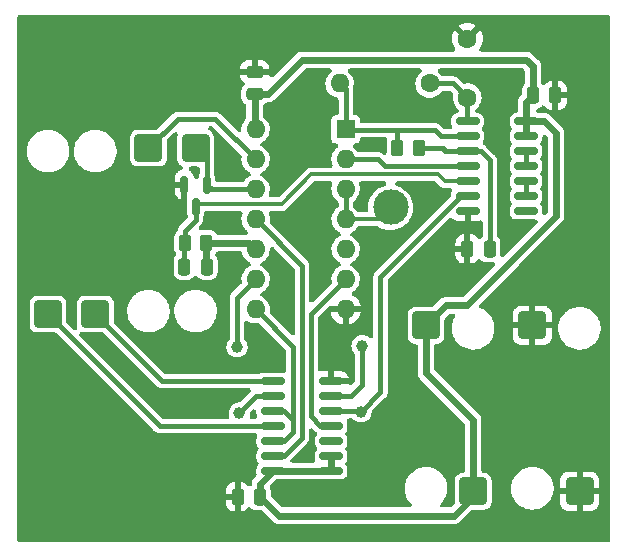
<source format=gbr>
%TF.GenerationSoftware,KiCad,Pcbnew,(6.0.7-1)-1*%
%TF.CreationDate,2022-11-12T09:43:49+01:00*%
%TF.ProjectId,transmitter,7472616e-736d-4697-9474-65722e6b6963,rev?*%
%TF.SameCoordinates,PX4b571c0PY82e44d0*%
%TF.FileFunction,Copper,L1,Top*%
%TF.FilePolarity,Positive*%
%FSLAX46Y46*%
G04 Gerber Fmt 4.6, Leading zero omitted, Abs format (unit mm)*
G04 Created by KiCad (PCBNEW (6.0.7-1)-1) date 2022-11-12 09:43:49*
%MOMM*%
%LPD*%
G01*
G04 APERTURE LIST*
G04 Aperture macros list*
%AMRoundRect*
0 Rectangle with rounded corners*
0 $1 Rounding radius*
0 $2 $3 $4 $5 $6 $7 $8 $9 X,Y pos of 4 corners*
0 Add a 4 corners polygon primitive as box body*
4,1,4,$2,$3,$4,$5,$6,$7,$8,$9,$2,$3,0*
0 Add four circle primitives for the rounded corners*
1,1,$1+$1,$2,$3*
1,1,$1+$1,$4,$5*
1,1,$1+$1,$6,$7*
1,1,$1+$1,$8,$9*
0 Add four rect primitives between the rounded corners*
20,1,$1+$1,$2,$3,$4,$5,0*
20,1,$1+$1,$4,$5,$6,$7,0*
20,1,$1+$1,$6,$7,$8,$9,0*
20,1,$1+$1,$8,$9,$2,$3,0*%
G04 Aperture macros list end*
%TA.AperFunction,ComponentPad*%
%ADD10C,1.600000*%
%TD*%
%TA.AperFunction,SMDPad,CuDef*%
%ADD11RoundRect,0.150000X0.825000X0.150000X-0.825000X0.150000X-0.825000X-0.150000X0.825000X-0.150000X0*%
%TD*%
%TA.AperFunction,ComponentPad*%
%ADD12O,1.600000X1.600000*%
%TD*%
%TA.AperFunction,SMDPad,CuDef*%
%ADD13RoundRect,0.150000X-0.825000X-0.150000X0.825000X-0.150000X0.825000X0.150000X-0.825000X0.150000X0*%
%TD*%
%TA.AperFunction,ComponentPad*%
%ADD14R,1.600000X1.600000*%
%TD*%
%TA.AperFunction,SMDPad,CuDef*%
%ADD15C,3.000000*%
%TD*%
%TA.AperFunction,SMDPad,CuDef*%
%ADD16RoundRect,0.250000X-0.262500X-0.450000X0.262500X-0.450000X0.262500X0.450000X-0.262500X0.450000X0*%
%TD*%
%TA.AperFunction,SMDPad,CuDef*%
%ADD17RoundRect,0.150000X-0.150000X0.587500X-0.150000X-0.587500X0.150000X-0.587500X0.150000X0.587500X0*%
%TD*%
%TA.AperFunction,ComponentPad*%
%ADD18RoundRect,0.250001X-0.899999X-0.899999X0.899999X-0.899999X0.899999X0.899999X-0.899999X0.899999X0*%
%TD*%
%TA.AperFunction,ComponentPad*%
%ADD19RoundRect,0.250001X0.899999X0.899999X-0.899999X0.899999X-0.899999X-0.899999X0.899999X-0.899999X0*%
%TD*%
%TA.AperFunction,SMDPad,CuDef*%
%ADD20RoundRect,0.250000X0.250000X0.475000X-0.250000X0.475000X-0.250000X-0.475000X0.250000X-0.475000X0*%
%TD*%
%TA.AperFunction,SMDPad,CuDef*%
%ADD21RoundRect,0.250000X0.475000X-0.250000X0.475000X0.250000X-0.475000X0.250000X-0.475000X-0.250000X0*%
%TD*%
%TA.AperFunction,SMDPad,CuDef*%
%ADD22RoundRect,0.250000X-0.250000X-0.475000X0.250000X-0.475000X0.250000X0.475000X-0.250000X0.475000X0*%
%TD*%
%TA.AperFunction,ViaPad*%
%ADD23C,1.000000*%
%TD*%
%TA.AperFunction,Conductor*%
%ADD24C,0.600000*%
%TD*%
%TA.AperFunction,Conductor*%
%ADD25C,0.400000*%
%TD*%
%TA.AperFunction,Conductor*%
%ADD26C,0.350000*%
%TD*%
G04 APERTURE END LIST*
D10*
%TO.P,C2,1*%
%TO.N,Net-(C2-Pad1)*%
X38500000Y38050000D03*
%TO.P,C2,2*%
%TO.N,GND*%
X38500000Y43050000D03*
%TD*%
D11*
%TO.P,U3,1*%
%TO.N,VCC*%
X26975000Y6440000D03*
%TO.P,U3,2*%
X26975000Y7710000D03*
%TO.P,U3,3*%
%TO.N,unconnected-(U3-Pad3)*%
X26975000Y8980000D03*
%TO.P,U3,4*%
%TO.N,/~{nlp}*%
X26975000Y10250000D03*
%TO.P,U3,5*%
%TO.N,/tx_ena*%
X26975000Y11520000D03*
%TO.P,U3,6*%
%TO.N,Net-(U1-Pad9)*%
X26975000Y12790000D03*
%TO.P,U3,7,GND*%
%TO.N,GND*%
X26975000Y14060000D03*
%TO.P,U3,8*%
%TO.N,/driver_ena*%
X22025000Y14060000D03*
%TO.P,U3,9*%
%TO.N,/tx_ena*%
X22025000Y12790000D03*
%TO.P,U3,10*%
%TO.N,Net-(U1-Pad8)*%
X22025000Y11520000D03*
%TO.P,U3,11*%
%TO.N,/driver_in*%
X22025000Y10250000D03*
%TO.P,U3,12*%
%TO.N,Net-(U1-Pad8)*%
X22025000Y8980000D03*
%TO.P,U3,13*%
%TO.N,/xor_tx*%
X22025000Y7710000D03*
%TO.P,U3,14,VCC*%
%TO.N,VCC*%
X22025000Y6440000D03*
%TD*%
D10*
%TO.P,R2,1*%
%TO.N,Net-(C2-Pad1)*%
X35310000Y39250000D03*
D12*
%TO.P,R2,2*%
%TO.N,Net-(R2-Pad2)*%
X27690000Y39250000D03*
%TD*%
D13*
%TO.P,U2,1*%
%TO.N,Net-(C2-Pad1)*%
X38525000Y36060000D03*
%TO.P,U2,2*%
%TO.N,Net-(R2-Pad2)*%
X38525000Y34790000D03*
%TO.P,U2,3*%
%TO.N,Net-(C5-Pad1)*%
X38525000Y33520000D03*
%TO.P,U2,4*%
%TO.N,Net-(U1-Pad2)*%
X38525000Y32250000D03*
%TO.P,U2,5*%
%TO.N,Net-(C4-Pad2)*%
X38525000Y30980000D03*
%TO.P,U2,6*%
%TO.N,/tx_ena*%
X38525000Y29710000D03*
%TO.P,U2,7,GND*%
%TO.N,GND*%
X38525000Y28440000D03*
%TO.P,U2,8*%
%TO.N,unconnected-(U2-Pad8)*%
X43475000Y28440000D03*
%TO.P,U2,9*%
%TO.N,Net-(U2-Pad10)*%
X43475000Y29710000D03*
%TO.P,U2,10*%
X43475000Y30980000D03*
%TO.P,U2,11*%
%TO.N,Net-(U2-Pad12)*%
X43475000Y32250000D03*
%TO.P,U2,12*%
X43475000Y33520000D03*
%TO.P,U2,13*%
%TO.N,VCC*%
X43475000Y34790000D03*
%TO.P,U2,14,VCC*%
X43475000Y36060000D03*
%TD*%
D14*
%TO.P,U1,1*%
%TO.N,Net-(R2-Pad2)*%
X28200000Y35375000D03*
D12*
%TO.P,U1,2*%
%TO.N,Net-(U1-Pad2)*%
X28200000Y32835000D03*
%TO.P,U1,3*%
%TO.N,/nlp*%
X28200000Y30295000D03*
%TO.P,U1,4*%
X28200000Y27755000D03*
%TO.P,U1,5*%
%TO.N,VCC*%
X28200000Y25215000D03*
%TO.P,U1,6*%
%TO.N,/~{nlp}*%
X28200000Y22675000D03*
%TO.P,U1,7,GND*%
%TO.N,GND*%
X28200000Y20135000D03*
%TO.P,U1,8*%
%TO.N,Net-(U1-Pad8)*%
X20580000Y20135000D03*
%TO.P,U1,9*%
%TO.N,Net-(U1-Pad9)*%
X20580000Y22675000D03*
%TO.P,U1,10*%
%TO.N,VCC*%
X20580000Y25215000D03*
%TO.P,U1,11*%
%TO.N,/xor_tx*%
X20580000Y27755000D03*
%TO.P,U1,12*%
%TO.N,/sck_tx*%
X20580000Y30295000D03*
%TO.P,U1,13*%
%TO.N,/mosi_tx*%
X20580000Y32835000D03*
%TO.P,U1,14,VCC*%
%TO.N,VCC*%
X20580000Y35375000D03*
%TD*%
D15*
%TO.P,TP1,1,1*%
%TO.N,/nlp*%
X32000000Y28750000D03*
%TD*%
D16*
%TO.P,R3,1*%
%TO.N,Net-(R2-Pad2)*%
X32587500Y33750000D03*
%TO.P,R3,2*%
%TO.N,Net-(C5-Pad1)*%
X34412500Y33750000D03*
%TD*%
%TO.P,R1,1*%
%TO.N,Net-(C4-Pad2)*%
X14587500Y25750000D03*
%TO.P,R1,2*%
%TO.N,VCC*%
X16412500Y25750000D03*
%TD*%
D17*
%TO.P,Q1,1,G*%
%TO.N,/sck_tx*%
X16450000Y30687500D03*
%TO.P,Q1,2,S*%
%TO.N,GND*%
X14550000Y30687500D03*
%TO.P,Q1,3,D*%
%TO.N,Net-(C4-Pad2)*%
X15500000Y28812500D03*
%TD*%
D18*
%TO.P,J8,1,Pin_1*%
%TO.N,/driver_ena*%
X7000000Y19725000D03*
%TD*%
%TO.P,J7,1,Pin_1*%
%TO.N,/driver_in*%
X3000000Y19725000D03*
%TD*%
D19*
%TO.P,J6,1,Pin_1*%
%TO.N,/mosi_tx*%
X11500000Y33775000D03*
%TD*%
%TO.P,J5,1,Pin_1*%
%TO.N,/sck_tx*%
X15500000Y33775000D03*
%TD*%
%TO.P,J4,1,Pin_1*%
%TO.N,GND*%
X44000000Y18775000D03*
%TD*%
D18*
%TO.P,J3,1,Pin_1*%
%TO.N,GND*%
X48000000Y4725000D03*
%TD*%
%TO.P,J2,1,Pin_1*%
%TO.N,VCC*%
X39000000Y4725000D03*
%TD*%
D19*
%TO.P,J1,1,Pin_1*%
%TO.N,VCC*%
X35000000Y18775000D03*
%TD*%
D20*
%TO.P,C6,2*%
%TO.N,GND*%
X19050000Y4250000D03*
%TO.P,C6,1*%
%TO.N,VCC*%
X20950000Y4250000D03*
%TD*%
%TO.P,C5,1*%
%TO.N,Net-(C5-Pad1)*%
X40400000Y25250000D03*
%TO.P,C5,2*%
%TO.N,GND*%
X38500000Y25250000D03*
%TD*%
%TO.P,C4,1*%
%TO.N,VCC*%
X16450000Y23750000D03*
%TO.P,C4,2*%
%TO.N,Net-(C4-Pad2)*%
X14550000Y23750000D03*
%TD*%
D21*
%TO.P,C3,1*%
%TO.N,VCC*%
X20500000Y38350000D03*
%TO.P,C3,2*%
%TO.N,GND*%
X20500000Y40250000D03*
%TD*%
D22*
%TO.P,C1,1*%
%TO.N,VCC*%
X44050000Y38250000D03*
%TO.P,C1,2*%
%TO.N,GND*%
X45950000Y38250000D03*
%TD*%
D23*
%TO.N,GND*%
X41600000Y8750000D03*
X36700000Y8750000D03*
X36500000Y25250000D03*
X31000000Y25250000D03*
%TO.N,Net-(U1-Pad9)*%
X19000000Y16950000D03*
X29600000Y17050000D03*
%TO.N,/tx_ena*%
X29500000Y11450000D03*
X19200000Y11350000D03*
%TD*%
D24*
%TO.N,VCC*%
X39000000Y4725000D02*
X39000000Y4250000D01*
X37400000Y2650000D02*
X22550000Y2650000D01*
X39000000Y4250000D02*
X37400000Y2650000D01*
X22550000Y2650000D02*
X20950000Y4250000D01*
X20950000Y4250000D02*
X20950000Y5365000D01*
X20950000Y5365000D02*
X22025000Y6440000D01*
D25*
%TO.N,GND*%
X44000000Y11150000D02*
X41600000Y8750000D01*
X44000000Y18775000D02*
X44000000Y11150000D01*
%TO.N,/tx_ena*%
X29500000Y11450000D02*
X31150000Y13100000D01*
X31150000Y22900000D02*
X37960000Y29710000D01*
X31150000Y13100000D02*
X31150000Y22900000D01*
X37960000Y29710000D02*
X38525000Y29710000D01*
%TO.N,GND*%
X38500000Y25250000D02*
X36500000Y25250000D01*
%TO.N,Net-(C2-Pad1)*%
X35310000Y39250000D02*
X37300000Y39250000D01*
X37300000Y39250000D02*
X38500000Y38050000D01*
X38500000Y38050000D02*
X38500000Y36085000D01*
X38500000Y36085000D02*
X38525000Y36060000D01*
%TO.N,/tx_ena*%
X20640000Y12790000D02*
X19200000Y11350000D01*
X22025000Y12790000D02*
X20640000Y12790000D01*
%TO.N,Net-(U1-Pad9)*%
X29600000Y17050000D02*
X29600000Y13750000D01*
X29600000Y13750000D02*
X28640000Y12790000D01*
X28640000Y12790000D02*
X26975000Y12790000D01*
X20580000Y22675000D02*
X19000000Y21095000D01*
X19000000Y21095000D02*
X19000000Y16950000D01*
%TO.N,/tx_ena*%
X29430000Y11520000D02*
X29500000Y11450000D01*
X26975000Y11520000D02*
X29430000Y11520000D01*
D24*
%TO.N,VCC*%
X35000000Y18775000D02*
X36700001Y20475001D01*
X36700001Y20475001D02*
X38475001Y20475001D01*
X38475001Y20475001D02*
X46000000Y28000000D01*
X44990000Y36060000D02*
X43475000Y36060000D01*
X46000000Y35050000D02*
X44990000Y36060000D01*
X46000000Y28000000D02*
X46000000Y35050000D01*
D25*
%TO.N,Net-(U2-Pad12)*%
X43475000Y32250000D02*
X43475000Y33520000D01*
%TO.N,Net-(U2-Pad10)*%
X43475000Y29710000D02*
X43475000Y30980000D01*
%TO.N,Net-(C5-Pad1)*%
X34412500Y33750000D02*
X36400000Y33750000D01*
X36400000Y33750000D02*
X36630000Y33520000D01*
X36630000Y33520000D02*
X38525000Y33520000D01*
X38525000Y33520000D02*
X39630000Y33520000D01*
X39630000Y33520000D02*
X40400000Y32750000D01*
X40400000Y32750000D02*
X40400000Y25250000D01*
D26*
%TO.N,/nlp*%
X28200000Y27755000D02*
X31005000Y27755000D01*
X31005000Y27755000D02*
X32000000Y28750000D01*
%TO.N,Net-(C4-Pad2)*%
X38525000Y30980000D02*
X36570000Y30980000D01*
X25300000Y31550000D02*
X22800000Y29050000D01*
X36570000Y30980000D02*
X36000000Y31550000D01*
X36000000Y31550000D02*
X25300000Y31550000D01*
X22800000Y29050000D02*
X15737500Y29050000D01*
X15737500Y29050000D02*
X15500000Y28812500D01*
D25*
%TO.N,Net-(U1-Pad2)*%
X28200000Y32835000D02*
X30915000Y32835000D01*
X31500000Y32250000D02*
X38525000Y32250000D01*
X30915000Y32835000D02*
X31500000Y32250000D01*
%TO.N,Net-(R2-Pad2)*%
X28265000Y35310000D02*
X32540000Y35310000D01*
X32587500Y35262500D02*
X32540000Y35310000D01*
X32540000Y35310000D02*
X35740000Y35310000D01*
X32587500Y33750000D02*
X32587500Y35262500D01*
X28200000Y35375000D02*
X28265000Y35310000D01*
X36260000Y34790000D02*
X38525000Y34790000D01*
X35740000Y35310000D02*
X36260000Y34790000D01*
X28200000Y35375000D02*
X28200000Y38740000D01*
X28200000Y38740000D02*
X27690000Y39250000D01*
%TO.N,/~{nlp}*%
X26975000Y10250000D02*
X26060736Y10250000D01*
X25250000Y11060736D02*
X25250000Y19725000D01*
X26060736Y10250000D02*
X25250000Y11060736D01*
X25250000Y19725000D02*
X28200000Y22675000D01*
%TO.N,/xor_tx*%
X20580000Y27755000D02*
X24500000Y23835000D01*
X24500000Y23835000D02*
X24500000Y9250000D01*
X24500000Y9250000D02*
X22960000Y7710000D01*
X22960000Y7710000D02*
X22025000Y7710000D01*
%TO.N,/nlp*%
X28200000Y27755000D02*
X28200000Y30295000D01*
%TO.N,Net-(U1-Pad8)*%
X20580000Y20135000D02*
X23750000Y16965000D01*
X23750000Y16965000D02*
X23750000Y10750000D01*
X22025000Y8980000D02*
X22980000Y8980000D01*
X22980000Y8980000D02*
X23750000Y9750000D01*
X23750000Y9750000D02*
X23750000Y10750000D01*
X23750000Y10750000D02*
X22980000Y11520000D01*
X22980000Y11520000D02*
X22025000Y11520000D01*
%TO.N,/driver_in*%
X22025000Y10250000D02*
X12475000Y10250000D01*
X12475000Y10250000D02*
X3000000Y19725000D01*
%TO.N,/driver_ena*%
X22025000Y14060000D02*
X12665000Y14060000D01*
X12665000Y14060000D02*
X7000000Y19725000D01*
%TO.N,/mosi_tx*%
X11500000Y33775000D02*
X13975000Y36250000D01*
X13975000Y36250000D02*
X17165000Y36250000D01*
X17165000Y36250000D02*
X20580000Y32835000D01*
D24*
%TO.N,VCC*%
X26975000Y7710000D02*
X26975000Y6440000D01*
X26975000Y6440000D02*
X24190000Y6440000D01*
X16412500Y25750000D02*
X20045000Y25750000D01*
X20045000Y25750000D02*
X20580000Y25215000D01*
X16412500Y25750000D02*
X16412500Y23787500D01*
X16412500Y23787500D02*
X16450000Y23750000D01*
X22025000Y6440000D02*
X24190000Y6440000D01*
X44050000Y38250000D02*
X44050000Y40700000D01*
X44050000Y40700000D02*
X43500000Y41250000D01*
X43500000Y41250000D02*
X24500000Y41250000D01*
X24500000Y41250000D02*
X21600000Y38350000D01*
X21600000Y38350000D02*
X20500000Y38350000D01*
X43475000Y34790000D02*
X43475000Y36060000D01*
X43475000Y36060000D02*
X43475000Y37675000D01*
X43475000Y37675000D02*
X44050000Y38250000D01*
X20500000Y38350000D02*
X20500000Y35455000D01*
X20500000Y35455000D02*
X20580000Y35375000D01*
X39000000Y4725000D02*
X39000000Y10750000D01*
X39000000Y10750000D02*
X35000000Y14750000D01*
X35000000Y14750000D02*
X35000000Y18775000D01*
D25*
%TO.N,Net-(C4-Pad2)*%
X14550000Y23750000D02*
X14550000Y25712500D01*
X14550000Y25712500D02*
X14587500Y25750000D01*
X15500000Y28812500D02*
X15500000Y27706250D01*
X15500000Y27706250D02*
X14587500Y26793750D01*
X14587500Y26793750D02*
X14587500Y25750000D01*
%TO.N,/sck_tx*%
X16450000Y30687500D02*
X16450000Y32825000D01*
X16450000Y32825000D02*
X15500000Y33775000D01*
X16450000Y30687500D02*
X16842500Y30295000D01*
X16842500Y30295000D02*
X20580000Y30295000D01*
%TD*%
%TA.AperFunction,Conductor*%
%TO.N,GND*%
G36*
X50486843Y45029793D02*
G01*
X50556084Y44974574D01*
X50594511Y44894782D01*
X50599500Y44850500D01*
X50599500Y599500D01*
X50579793Y513157D01*
X50524574Y443916D01*
X50444782Y405489D01*
X50400500Y400500D01*
X599500Y400500D01*
X513157Y420207D01*
X443916Y475426D01*
X405489Y555218D01*
X400500Y599500D01*
X400500Y3729786D01*
X18042001Y3729786D01*
X18042533Y3719513D01*
X18051844Y3629766D01*
X18056413Y3608612D01*
X18105248Y3462234D01*
X18114989Y3441438D01*
X18195833Y3310797D01*
X18210101Y3292795D01*
X18318825Y3184259D01*
X18336850Y3170024D01*
X18467637Y3089406D01*
X18488445Y3079703D01*
X18634927Y3031117D01*
X18656049Y3026589D01*
X18744587Y3017517D01*
X18754717Y3017000D01*
X18773577Y3017000D01*
X18792547Y3021330D01*
X18796000Y3028500D01*
X18796000Y3973577D01*
X18791670Y3992547D01*
X18784500Y3996000D01*
X18064424Y3996000D01*
X18045454Y3991670D01*
X18042001Y3984500D01*
X18042001Y3729786D01*
X400500Y3729786D01*
X400500Y4526423D01*
X18042000Y4526423D01*
X18046330Y4507453D01*
X18053500Y4504000D01*
X18773577Y4504000D01*
X18792547Y4508330D01*
X18796000Y4515500D01*
X18796000Y5460576D01*
X18791670Y5479546D01*
X18784500Y5482999D01*
X18754786Y5482999D01*
X18744513Y5482467D01*
X18654766Y5473156D01*
X18633612Y5468587D01*
X18487234Y5419752D01*
X18466438Y5410011D01*
X18335797Y5329167D01*
X18317795Y5314899D01*
X18209259Y5206175D01*
X18195024Y5188150D01*
X18114406Y5057363D01*
X18104703Y5036555D01*
X18056117Y4890073D01*
X18051589Y4868951D01*
X18042517Y4780413D01*
X18042000Y4770283D01*
X18042000Y4526423D01*
X400500Y4526423D01*
X400500Y18759306D01*
X1449500Y18759306D01*
X1452402Y18722431D01*
X1455238Y18712671D01*
X1455238Y18712669D01*
X1482113Y18620168D01*
X1498256Y18564603D01*
X1581919Y18423136D01*
X1698136Y18306919D01*
X1839603Y18223256D01*
X1851625Y18219763D01*
X1851628Y18219762D01*
X1987669Y18180238D01*
X1987671Y18180238D01*
X1997431Y18177402D01*
X2017614Y18175814D01*
X2030413Y18174806D01*
X2030422Y18174806D01*
X2034306Y18174500D01*
X3618837Y18174500D01*
X3705180Y18154793D01*
X3759551Y18116214D01*
X12013326Y9862439D01*
X12030483Y9842875D01*
X12046718Y9821718D01*
X12108207Y9774536D01*
X12172159Y9725464D01*
X12318238Y9664956D01*
X12475000Y9644317D01*
X12501432Y9647797D01*
X12527408Y9649500D01*
X20520749Y9649500D01*
X20607092Y9629793D01*
X20676333Y9574574D01*
X20714760Y9494782D01*
X20714760Y9406218D01*
X20705775Y9377244D01*
X20665068Y9274429D01*
X20660364Y9262547D01*
X20649500Y9172772D01*
X20649500Y8787228D01*
X20660364Y8697453D01*
X20715887Y8557217D01*
X20724085Y8546417D01*
X20724087Y8546413D01*
X20785644Y8465316D01*
X20822150Y8384626D01*
X20820030Y8296088D01*
X20785644Y8224684D01*
X20724087Y8143587D01*
X20724085Y8143583D01*
X20715887Y8132783D01*
X20660364Y7992547D01*
X20649500Y7902772D01*
X20649500Y7517228D01*
X20660364Y7427453D01*
X20665067Y7415574D01*
X20665068Y7415571D01*
X20667759Y7408774D01*
X20715887Y7287217D01*
X20724085Y7276417D01*
X20724087Y7276413D01*
X20785644Y7195316D01*
X20822150Y7114626D01*
X20820030Y7026088D01*
X20785644Y6954684D01*
X20724087Y6873587D01*
X20724085Y6873583D01*
X20715887Y6862783D01*
X20660364Y6722547D01*
X20649500Y6632772D01*
X20649500Y6247228D01*
X20650218Y6241298D01*
X20650218Y6241292D01*
X20658600Y6172034D01*
X20649409Y6083949D01*
X20601755Y6007412D01*
X20476676Y5882333D01*
X20466796Y5873103D01*
X20425604Y5837169D01*
X20418706Y5827354D01*
X20418705Y5827353D01*
X20390405Y5787086D01*
X20384193Y5778722D01*
X20346416Y5730543D01*
X20341477Y5719604D01*
X20338101Y5714029D01*
X20335013Y5708271D01*
X20328113Y5698453D01*
X20317104Y5670216D01*
X20305877Y5641421D01*
X20301841Y5631822D01*
X20281582Y5586952D01*
X20281580Y5586947D01*
X20276645Y5576016D01*
X20274459Y5564221D01*
X20272504Y5557983D01*
X20270882Y5551665D01*
X20266524Y5540487D01*
X20264958Y5528591D01*
X20258534Y5479792D01*
X20256903Y5469498D01*
X20247934Y5421106D01*
X20247934Y5421100D01*
X20245748Y5409308D01*
X20246438Y5397337D01*
X20246438Y5397335D01*
X20249170Y5349955D01*
X20249500Y5338501D01*
X20249500Y5324952D01*
X20229793Y5238609D01*
X20174574Y5169368D01*
X20094782Y5130941D01*
X20006218Y5130941D01*
X19926426Y5169368D01*
X19894547Y5201341D01*
X19889900Y5207204D01*
X19781175Y5315741D01*
X19763150Y5329976D01*
X19632363Y5410594D01*
X19611555Y5420297D01*
X19465073Y5468883D01*
X19443951Y5473411D01*
X19355413Y5482483D01*
X19345283Y5483000D01*
X19326423Y5483000D01*
X19307453Y5478670D01*
X19304000Y5471500D01*
X19304000Y3039424D01*
X19308330Y3020454D01*
X19315500Y3017001D01*
X19345214Y3017001D01*
X19355487Y3017533D01*
X19445234Y3026844D01*
X19466388Y3031413D01*
X19612766Y3080248D01*
X19633562Y3089989D01*
X19764203Y3170833D01*
X19782205Y3185101D01*
X19890741Y3293825D01*
X19912144Y3320926D01*
X19914175Y3319322D01*
X19963944Y3369951D01*
X20047284Y3399917D01*
X20135372Y3390756D01*
X20211973Y3343081D01*
X20298135Y3256919D01*
X20439602Y3173256D01*
X20451624Y3169763D01*
X20451627Y3169762D01*
X20587669Y3130238D01*
X20587670Y3130238D01*
X20597431Y3127402D01*
X20617614Y3125814D01*
X20630413Y3124806D01*
X20630422Y3124806D01*
X20634306Y3124500D01*
X21002416Y3124500D01*
X21088759Y3104793D01*
X21143130Y3066214D01*
X22032666Y2176677D01*
X22041911Y2166780D01*
X22077831Y2125604D01*
X22087646Y2118706D01*
X22087647Y2118705D01*
X22127914Y2090405D01*
X22136278Y2084193D01*
X22184457Y2046416D01*
X22195396Y2041477D01*
X22200971Y2038101D01*
X22206729Y2035013D01*
X22216547Y2028113D01*
X22273589Y2005873D01*
X22283178Y2001841D01*
X22328048Y1981582D01*
X22328053Y1981580D01*
X22338984Y1976645D01*
X22350779Y1974459D01*
X22357017Y1972504D01*
X22363335Y1970882D01*
X22374513Y1966524D01*
X22388187Y1964724D01*
X22435208Y1958534D01*
X22445502Y1956903D01*
X22493894Y1947934D01*
X22493900Y1947934D01*
X22505692Y1945748D01*
X22517663Y1946438D01*
X22517665Y1946438D01*
X22565045Y1949170D01*
X22576499Y1949500D01*
X37368873Y1949500D01*
X37382408Y1949039D01*
X37424960Y1946138D01*
X37436930Y1945322D01*
X37448749Y1947385D01*
X37448751Y1947385D01*
X37497221Y1955845D01*
X37507531Y1957368D01*
X37556413Y1963283D01*
X37556414Y1963283D01*
X37568320Y1964724D01*
X37579537Y1968962D01*
X37585859Y1970515D01*
X37592136Y1972410D01*
X37603954Y1974473D01*
X37660046Y1999095D01*
X37669618Y2003001D01*
X37726923Y2024655D01*
X37736808Y2031449D01*
X37742590Y2034471D01*
X37748216Y2037798D01*
X37759202Y2042621D01*
X37807763Y2079883D01*
X37816191Y2086007D01*
X37856761Y2113890D01*
X37856765Y2113893D01*
X37866651Y2120688D01*
X37906211Y2165089D01*
X37914078Y2173422D01*
X38856871Y3116214D01*
X38931860Y3163333D01*
X38997585Y3174500D01*
X39965694Y3174500D01*
X39969578Y3174806D01*
X39969587Y3174806D01*
X39982386Y3175814D01*
X40002569Y3177402D01*
X40012329Y3180238D01*
X40012331Y3180238D01*
X40148372Y3219762D01*
X40148375Y3219763D01*
X40160397Y3223256D01*
X40301864Y3306919D01*
X40418081Y3423136D01*
X40501744Y3564603D01*
X40510222Y3593782D01*
X40544762Y3712669D01*
X40544762Y3712671D01*
X40547598Y3722431D01*
X40550500Y3759306D01*
X40550500Y4864774D01*
X42197819Y4864774D01*
X42233907Y4599605D01*
X42235974Y4592512D01*
X42235975Y4592509D01*
X42274743Y4459500D01*
X42308792Y4342683D01*
X42311883Y4335977D01*
X42311885Y4335973D01*
X42417738Y4106360D01*
X42417741Y4106354D01*
X42420831Y4099652D01*
X42567562Y3875851D01*
X42745760Y3676197D01*
X42751427Y3671484D01*
X42751432Y3671479D01*
X42778243Y3649181D01*
X42951512Y3505075D01*
X42957821Y3501247D01*
X42957826Y3501243D01*
X43165422Y3375271D01*
X43180298Y3366244D01*
X43187098Y3363392D01*
X43187103Y3363390D01*
X43419889Y3265775D01*
X43427091Y3262755D01*
X43686470Y3196881D01*
X43693817Y3196141D01*
X43693818Y3196141D01*
X43744001Y3191088D01*
X43908741Y3174500D01*
X44067944Y3174500D01*
X44266877Y3189283D01*
X44469366Y3235102D01*
X44520697Y3246717D01*
X44520699Y3246718D01*
X44527891Y3248345D01*
X44534759Y3251016D01*
X44534763Y3251017D01*
X44644843Y3293825D01*
X44777309Y3345338D01*
X44806204Y3361853D01*
X45003236Y3474466D01*
X45003237Y3474467D01*
X45009650Y3478132D01*
X45201996Y3629766D01*
X45214018Y3639243D01*
X45214019Y3639244D01*
X45219811Y3643810D01*
X45347723Y3779784D01*
X46342000Y3779784D01*
X46342531Y3769517D01*
X46351844Y3679769D01*
X46356413Y3658611D01*
X46405248Y3512235D01*
X46414989Y3491439D01*
X46495833Y3360797D01*
X46510102Y3342795D01*
X46618827Y3234258D01*
X46636853Y3220022D01*
X46767628Y3139412D01*
X46788452Y3129701D01*
X46934934Y3081115D01*
X46956044Y3076589D01*
X47044588Y3067517D01*
X47054718Y3067000D01*
X47723577Y3067000D01*
X47742547Y3071330D01*
X47746000Y3078500D01*
X47746000Y3089423D01*
X48254000Y3089423D01*
X48258330Y3070453D01*
X48265500Y3067000D01*
X48945216Y3067000D01*
X48955483Y3067531D01*
X49045231Y3076844D01*
X49066389Y3081413D01*
X49212765Y3130248D01*
X49233561Y3139989D01*
X49364203Y3220833D01*
X49382205Y3235102D01*
X49490742Y3343827D01*
X49504978Y3361853D01*
X49585588Y3492628D01*
X49595299Y3513452D01*
X49643885Y3659934D01*
X49648411Y3681044D01*
X49657483Y3769588D01*
X49658000Y3779718D01*
X49658000Y4448577D01*
X49653670Y4467547D01*
X49646500Y4471000D01*
X48276423Y4471000D01*
X48257453Y4466670D01*
X48254000Y4459500D01*
X48254000Y3089423D01*
X47746000Y3089423D01*
X47746000Y4448577D01*
X47741670Y4467547D01*
X47734500Y4471000D01*
X46364423Y4471000D01*
X46345453Y4466670D01*
X46342000Y4459500D01*
X46342000Y3779784D01*
X45347723Y3779784D01*
X45403175Y3838731D01*
X45555714Y4058615D01*
X45674076Y4298629D01*
X45727867Y4466670D01*
X45753410Y4546468D01*
X45755662Y4553503D01*
X45798678Y4817636D01*
X45801084Y5001423D01*
X46342000Y5001423D01*
X46346330Y4982453D01*
X46353500Y4979000D01*
X47723577Y4979000D01*
X47742547Y4983330D01*
X47746000Y4990500D01*
X47746000Y5001423D01*
X48254000Y5001423D01*
X48258330Y4982453D01*
X48265500Y4979000D01*
X49635577Y4979000D01*
X49654547Y4983330D01*
X49658000Y4990500D01*
X49658000Y5670216D01*
X49657469Y5680483D01*
X49648156Y5770231D01*
X49643587Y5791389D01*
X49594752Y5937765D01*
X49585011Y5958561D01*
X49504167Y6089203D01*
X49489898Y6107205D01*
X49381173Y6215742D01*
X49363147Y6229978D01*
X49232372Y6310588D01*
X49211548Y6320299D01*
X49065066Y6368885D01*
X49043956Y6373411D01*
X48955412Y6382483D01*
X48945282Y6383000D01*
X48276423Y6383000D01*
X48257453Y6378670D01*
X48254000Y6371500D01*
X48254000Y5001423D01*
X47746000Y5001423D01*
X47746000Y6360577D01*
X47741670Y6379547D01*
X47734500Y6383000D01*
X47054784Y6383000D01*
X47044517Y6382469D01*
X46954769Y6373156D01*
X46933611Y6368587D01*
X46787235Y6319752D01*
X46766439Y6310011D01*
X46635797Y6229167D01*
X46617795Y6214898D01*
X46509258Y6106173D01*
X46495022Y6088147D01*
X46414412Y5957372D01*
X46404701Y5936548D01*
X46356115Y5790066D01*
X46351589Y5768956D01*
X46342517Y5680412D01*
X46342000Y5670282D01*
X46342000Y5001423D01*
X45801084Y5001423D01*
X45802181Y5085226D01*
X45766093Y5350395D01*
X45752412Y5397335D01*
X45693275Y5600225D01*
X45691208Y5607317D01*
X45675486Y5641421D01*
X45582262Y5843640D01*
X45582259Y5843646D01*
X45579169Y5850348D01*
X45470506Y6016086D01*
X45436485Y6067977D01*
X45436482Y6067981D01*
X45432438Y6074149D01*
X45254240Y6273803D01*
X45248573Y6278516D01*
X45248568Y6278521D01*
X45054164Y6440204D01*
X45048488Y6444925D01*
X45042179Y6448753D01*
X45042174Y6448757D01*
X44826014Y6579926D01*
X44826012Y6579927D01*
X44819702Y6583756D01*
X44812902Y6586608D01*
X44812897Y6586610D01*
X44579713Y6684392D01*
X44579711Y6684393D01*
X44572909Y6687245D01*
X44313530Y6753119D01*
X44306183Y6753859D01*
X44306182Y6753859D01*
X44232640Y6761264D01*
X44091259Y6775500D01*
X43932056Y6775500D01*
X43733123Y6760717D01*
X43554542Y6720308D01*
X43479303Y6703283D01*
X43479301Y6703282D01*
X43472109Y6701655D01*
X43465241Y6698984D01*
X43465237Y6698983D01*
X43427717Y6684392D01*
X43222691Y6604662D01*
X43216283Y6600999D01*
X43216282Y6600999D01*
X43191107Y6586610D01*
X42990350Y6471868D01*
X42780189Y6306190D01*
X42596825Y6111269D01*
X42444286Y5891385D01*
X42441027Y5884776D01*
X42441025Y5884773D01*
X42412709Y5827353D01*
X42325924Y5651371D01*
X42323676Y5644349D01*
X42323675Y5644346D01*
X42290430Y5540487D01*
X42244338Y5396497D01*
X42201322Y5132364D01*
X42197819Y4864774D01*
X40550500Y4864774D01*
X40550500Y5690694D01*
X40549890Y5698453D01*
X40548695Y5713630D01*
X40547598Y5727569D01*
X40541421Y5748829D01*
X40505238Y5873372D01*
X40505237Y5873375D01*
X40501744Y5885397D01*
X40418081Y6026864D01*
X40301864Y6143081D01*
X40160397Y6226744D01*
X40148375Y6230237D01*
X40148372Y6230238D01*
X40012331Y6269762D01*
X40012329Y6269762D01*
X40002569Y6272598D01*
X39982386Y6274186D01*
X39969587Y6275194D01*
X39969578Y6275194D01*
X39965694Y6275500D01*
X39899500Y6275500D01*
X39813157Y6295207D01*
X39743916Y6350426D01*
X39705489Y6430218D01*
X39700500Y6474500D01*
X39700500Y10718877D01*
X39700961Y10732414D01*
X39703862Y10774961D01*
X39704678Y10786930D01*
X39694155Y10847221D01*
X39692632Y10857531D01*
X39686717Y10906413D01*
X39686717Y10906414D01*
X39685276Y10918320D01*
X39681038Y10929537D01*
X39679485Y10935859D01*
X39677590Y10942135D01*
X39675527Y10953954D01*
X39650928Y11009993D01*
X39646992Y11019638D01*
X39629586Y11065701D01*
X39629584Y11065705D01*
X39625345Y11076923D01*
X39618553Y11086806D01*
X39615534Y11092580D01*
X39612201Y11098217D01*
X39607378Y11109203D01*
X39570103Y11157781D01*
X39563981Y11166208D01*
X39536108Y11206763D01*
X39529312Y11216651D01*
X39484920Y11256203D01*
X39476587Y11264070D01*
X35758786Y14981871D01*
X35711667Y15056859D01*
X35700500Y15122585D01*
X35700500Y17025500D01*
X35720207Y17111843D01*
X35775426Y17181084D01*
X35855218Y17219511D01*
X35899500Y17224500D01*
X35965694Y17224500D01*
X35969578Y17224806D01*
X35969587Y17224806D01*
X35982386Y17225814D01*
X36002569Y17227402D01*
X36012329Y17230238D01*
X36012331Y17230238D01*
X36148372Y17269762D01*
X36148375Y17269763D01*
X36160397Y17273256D01*
X36301864Y17356919D01*
X36418081Y17473136D01*
X36501744Y17614603D01*
X36516377Y17664967D01*
X36544762Y17762669D01*
X36544762Y17762671D01*
X36547598Y17772431D01*
X36550500Y17809306D01*
X36550500Y19252416D01*
X36570207Y19338759D01*
X36608786Y19393130D01*
X36931871Y19716215D01*
X37006859Y19763334D01*
X37072585Y19774501D01*
X37295129Y19774501D01*
X37381472Y19754794D01*
X37450713Y19699575D01*
X37489140Y19619783D01*
X37489140Y19531219D01*
X37458637Y19462072D01*
X37444286Y19441385D01*
X37325924Y19201371D01*
X37323676Y19194349D01*
X37323675Y19194346D01*
X37271853Y19032453D01*
X37244338Y18946497D01*
X37201322Y18682364D01*
X37201225Y18674976D01*
X37201225Y18674973D01*
X37200705Y18635226D01*
X37197819Y18414774D01*
X37233907Y18149605D01*
X37235974Y18142512D01*
X37235975Y18142509D01*
X37276216Y18004449D01*
X37308792Y17892683D01*
X37311883Y17885977D01*
X37311885Y17885973D01*
X37417738Y17656360D01*
X37417741Y17656354D01*
X37420831Y17649652D01*
X37478144Y17562235D01*
X37542367Y17464280D01*
X37567562Y17425851D01*
X37745760Y17226197D01*
X37751427Y17221484D01*
X37751432Y17221479D01*
X37859725Y17131413D01*
X37951512Y17055075D01*
X37957821Y17051247D01*
X37957826Y17051243D01*
X38173986Y16920074D01*
X38180298Y16916244D01*
X38187098Y16913392D01*
X38187103Y16913390D01*
X38420287Y16815608D01*
X38427091Y16812755D01*
X38686470Y16746881D01*
X38693817Y16746141D01*
X38693818Y16746141D01*
X38744001Y16741088D01*
X38908741Y16724500D01*
X39067944Y16724500D01*
X39266877Y16739283D01*
X39445458Y16779692D01*
X39520697Y16796717D01*
X39520699Y16796718D01*
X39527891Y16798345D01*
X39534759Y16801016D01*
X39534763Y16801017D01*
X39665420Y16851827D01*
X39777309Y16895338D01*
X39783718Y16899001D01*
X40003236Y17024466D01*
X40003237Y17024467D01*
X40009650Y17028132D01*
X40219811Y17193810D01*
X40403175Y17388731D01*
X40555714Y17608615D01*
X40583390Y17664735D01*
X40656612Y17813216D01*
X40664783Y17829784D01*
X42342000Y17829784D01*
X42342531Y17819517D01*
X42351844Y17729769D01*
X42356413Y17708611D01*
X42405248Y17562235D01*
X42414989Y17541439D01*
X42495833Y17410797D01*
X42510102Y17392795D01*
X42618827Y17284258D01*
X42636853Y17270022D01*
X42767628Y17189412D01*
X42788452Y17179701D01*
X42934934Y17131115D01*
X42956044Y17126589D01*
X43044588Y17117517D01*
X43054718Y17117000D01*
X43723577Y17117000D01*
X43742547Y17121330D01*
X43746000Y17128500D01*
X43746000Y17139423D01*
X44254000Y17139423D01*
X44258330Y17120453D01*
X44265500Y17117000D01*
X44945216Y17117000D01*
X44955483Y17117531D01*
X45045231Y17126844D01*
X45066389Y17131413D01*
X45212765Y17180248D01*
X45233561Y17189989D01*
X45364203Y17270833D01*
X45382205Y17285102D01*
X45490742Y17393827D01*
X45504978Y17411853D01*
X45585588Y17542628D01*
X45595299Y17563452D01*
X45643885Y17709934D01*
X45648411Y17731044D01*
X45657483Y17819588D01*
X45658000Y17829718D01*
X45658000Y18414774D01*
X46197819Y18414774D01*
X46233907Y18149605D01*
X46235974Y18142512D01*
X46235975Y18142509D01*
X46276216Y18004449D01*
X46308792Y17892683D01*
X46311883Y17885977D01*
X46311885Y17885973D01*
X46417738Y17656360D01*
X46417741Y17656354D01*
X46420831Y17649652D01*
X46478144Y17562235D01*
X46542367Y17464280D01*
X46567562Y17425851D01*
X46745760Y17226197D01*
X46751427Y17221484D01*
X46751432Y17221479D01*
X46859725Y17131413D01*
X46951512Y17055075D01*
X46957821Y17051247D01*
X46957826Y17051243D01*
X47173986Y16920074D01*
X47180298Y16916244D01*
X47187098Y16913392D01*
X47187103Y16913390D01*
X47420287Y16815608D01*
X47427091Y16812755D01*
X47686470Y16746881D01*
X47693817Y16746141D01*
X47693818Y16746141D01*
X47744001Y16741088D01*
X47908741Y16724500D01*
X48067944Y16724500D01*
X48266877Y16739283D01*
X48445458Y16779692D01*
X48520697Y16796717D01*
X48520699Y16796718D01*
X48527891Y16798345D01*
X48534759Y16801016D01*
X48534763Y16801017D01*
X48665420Y16851827D01*
X48777309Y16895338D01*
X48783718Y16899001D01*
X49003236Y17024466D01*
X49003237Y17024467D01*
X49009650Y17028132D01*
X49219811Y17193810D01*
X49403175Y17388731D01*
X49555714Y17608615D01*
X49583390Y17664735D01*
X49656612Y17813216D01*
X49674076Y17848629D01*
X49682614Y17875300D01*
X49753410Y18096468D01*
X49755662Y18103503D01*
X49798678Y18367636D01*
X49800125Y18478132D01*
X49802084Y18627838D01*
X49802181Y18635226D01*
X49766093Y18900395D01*
X49740453Y18988365D01*
X49693275Y19150225D01*
X49691208Y19157317D01*
X49686626Y19167257D01*
X49582262Y19393640D01*
X49582259Y19393646D01*
X49579169Y19400348D01*
X49473973Y19560798D01*
X49436485Y19617977D01*
X49436482Y19617981D01*
X49432438Y19624149D01*
X49254240Y19823803D01*
X49248573Y19828516D01*
X49248568Y19828521D01*
X49054164Y19990204D01*
X49048488Y19994925D01*
X49042179Y19998753D01*
X49042174Y19998757D01*
X48826014Y20129926D01*
X48826012Y20129927D01*
X48819702Y20133756D01*
X48812902Y20136608D01*
X48812897Y20136610D01*
X48579713Y20234392D01*
X48579711Y20234393D01*
X48572909Y20237245D01*
X48313530Y20303119D01*
X48306183Y20303859D01*
X48306182Y20303859D01*
X48232640Y20311264D01*
X48091259Y20325500D01*
X47932056Y20325500D01*
X47733123Y20310717D01*
X47580184Y20276110D01*
X47479303Y20253283D01*
X47479301Y20253282D01*
X47472109Y20251655D01*
X47465241Y20248984D01*
X47465237Y20248983D01*
X47427717Y20234392D01*
X47222691Y20154662D01*
X47216283Y20150999D01*
X47216282Y20150999D01*
X47067763Y20066113D01*
X46990350Y20021868D01*
X46984547Y20017294D01*
X46984548Y20017294D01*
X46797073Y19869500D01*
X46780189Y19856190D01*
X46596825Y19661269D01*
X46444286Y19441385D01*
X46325924Y19201371D01*
X46323676Y19194349D01*
X46323675Y19194346D01*
X46271853Y19032453D01*
X46244338Y18946497D01*
X46201322Y18682364D01*
X46201225Y18674976D01*
X46201225Y18674973D01*
X46200705Y18635226D01*
X46197819Y18414774D01*
X45658000Y18414774D01*
X45658000Y18498577D01*
X45653670Y18517547D01*
X45646500Y18521000D01*
X44276423Y18521000D01*
X44257453Y18516670D01*
X44254000Y18509500D01*
X44254000Y17139423D01*
X43746000Y17139423D01*
X43746000Y18498577D01*
X43741670Y18517547D01*
X43734500Y18521000D01*
X42364423Y18521000D01*
X42345453Y18516670D01*
X42342000Y18509500D01*
X42342000Y17829784D01*
X40664783Y17829784D01*
X40674076Y17848629D01*
X40682614Y17875300D01*
X40753410Y18096468D01*
X40755662Y18103503D01*
X40798678Y18367636D01*
X40800125Y18478132D01*
X40802084Y18627838D01*
X40802181Y18635226D01*
X40766093Y18900395D01*
X40740453Y18988365D01*
X40722073Y19051423D01*
X42342000Y19051423D01*
X42346330Y19032453D01*
X42353500Y19029000D01*
X43723577Y19029000D01*
X43742547Y19033330D01*
X43746000Y19040500D01*
X43746000Y19051423D01*
X44254000Y19051423D01*
X44258330Y19032453D01*
X44265500Y19029000D01*
X45635577Y19029000D01*
X45654547Y19033330D01*
X45658000Y19040500D01*
X45658000Y19720216D01*
X45657469Y19730483D01*
X45648156Y19820231D01*
X45643587Y19841389D01*
X45594752Y19987765D01*
X45585011Y20008561D01*
X45504167Y20139203D01*
X45489898Y20157205D01*
X45381173Y20265742D01*
X45363147Y20279978D01*
X45232372Y20360588D01*
X45211548Y20370299D01*
X45065066Y20418885D01*
X45043956Y20423411D01*
X44955412Y20432483D01*
X44945282Y20433000D01*
X44276423Y20433000D01*
X44257453Y20428670D01*
X44254000Y20421500D01*
X44254000Y19051423D01*
X43746000Y19051423D01*
X43746000Y20410577D01*
X43741670Y20429547D01*
X43734500Y20433000D01*
X43054784Y20433000D01*
X43044517Y20432469D01*
X42954769Y20423156D01*
X42933611Y20418587D01*
X42787235Y20369752D01*
X42766439Y20360011D01*
X42635797Y20279167D01*
X42617795Y20264898D01*
X42509258Y20156173D01*
X42495022Y20138147D01*
X42414412Y20007372D01*
X42404701Y19986548D01*
X42356115Y19840066D01*
X42351589Y19818956D01*
X42342517Y19730412D01*
X42342000Y19720282D01*
X42342000Y19051423D01*
X40722073Y19051423D01*
X40693275Y19150225D01*
X40691208Y19157317D01*
X40686626Y19167257D01*
X40582262Y19393640D01*
X40582259Y19393646D01*
X40579169Y19400348D01*
X40473973Y19560798D01*
X40436485Y19617977D01*
X40436482Y19617981D01*
X40432438Y19624149D01*
X40254240Y19823803D01*
X40248573Y19828516D01*
X40248568Y19828521D01*
X40054164Y19990204D01*
X40048488Y19994925D01*
X40042179Y19998753D01*
X40042174Y19998757D01*
X39826014Y20129926D01*
X39826012Y20129927D01*
X39819702Y20133756D01*
X39812901Y20136608D01*
X39812893Y20136612D01*
X39603193Y20224546D01*
X39531188Y20276110D01*
X39488687Y20353808D01*
X39484107Y20442253D01*
X39518355Y20523927D01*
X39539434Y20548778D01*
X42901709Y23911052D01*
X46473324Y27482667D01*
X46483204Y27491897D01*
X46524396Y27527831D01*
X46539617Y27549488D01*
X46559595Y27577914D01*
X46565807Y27586278D01*
X46596179Y27625013D01*
X46603584Y27634457D01*
X46608523Y27645396D01*
X46611899Y27650971D01*
X46614987Y27656729D01*
X46621887Y27666547D01*
X46644127Y27723589D01*
X46648159Y27733178D01*
X46668418Y27778048D01*
X46668420Y27778053D01*
X46673355Y27788984D01*
X46675541Y27800779D01*
X46677496Y27807017D01*
X46679118Y27813335D01*
X46683476Y27824513D01*
X46691466Y27885209D01*
X46693097Y27895502D01*
X46702066Y27943894D01*
X46702066Y27943900D01*
X46704252Y27955692D01*
X46703156Y27974711D01*
X46700830Y28015045D01*
X46700500Y28026499D01*
X46700500Y35018873D01*
X46700961Y35032408D01*
X46701562Y35041225D01*
X46704678Y35086930D01*
X46702616Y35098747D01*
X46694154Y35147235D01*
X46692633Y35157538D01*
X46686720Y35206399D01*
X46686717Y35206410D01*
X46685276Y35218320D01*
X46681033Y35229549D01*
X46679471Y35235907D01*
X46677591Y35242135D01*
X46675528Y35253953D01*
X46650910Y35310036D01*
X46646987Y35319650D01*
X46629587Y35365697D01*
X46625345Y35376923D01*
X46618547Y35386814D01*
X46615510Y35392623D01*
X46612200Y35398220D01*
X46607379Y35409202D01*
X46570117Y35457763D01*
X46563993Y35466191D01*
X46536110Y35506761D01*
X46536107Y35506765D01*
X46529312Y35516651D01*
X46484911Y35556211D01*
X46476578Y35564078D01*
X45507334Y36533323D01*
X45498089Y36543220D01*
X45470058Y36575353D01*
X45470057Y36575354D01*
X45462169Y36584396D01*
X45452353Y36591295D01*
X45412086Y36619595D01*
X45403722Y36625807D01*
X45364987Y36656179D01*
X45355543Y36663584D01*
X45344604Y36668523D01*
X45339029Y36671899D01*
X45333271Y36674987D01*
X45323453Y36681887D01*
X45312274Y36686246D01*
X45301701Y36691915D01*
X45302919Y36694187D01*
X45256198Y36725889D01*
X45239693Y36723885D01*
X45207068Y36730622D01*
X45201016Y36733355D01*
X45189226Y36735540D01*
X45182989Y36737495D01*
X45176662Y36739119D01*
X45165487Y36743476D01*
X45104791Y36751466D01*
X45094498Y36753097D01*
X45046106Y36762066D01*
X45046100Y36762066D01*
X45034308Y36764252D01*
X45022337Y36763562D01*
X45022335Y36763562D01*
X44974955Y36760830D01*
X44963501Y36760500D01*
X44537929Y36760500D01*
X44451586Y36780207D01*
X44382345Y36835426D01*
X44343918Y36915218D01*
X44343918Y37003782D01*
X44382345Y37083574D01*
X44451586Y37138793D01*
X44482410Y37150598D01*
X44513275Y37159565D01*
X44560398Y37173256D01*
X44701865Y37256919D01*
X44788132Y37343186D01*
X44863120Y37390305D01*
X44951127Y37400221D01*
X45034720Y37370970D01*
X45086877Y37318452D01*
X45088651Y37319858D01*
X45110101Y37292795D01*
X45218825Y37184259D01*
X45236850Y37170024D01*
X45364693Y37091221D01*
X45390347Y37066005D01*
X45452736Y37058379D01*
X45534928Y37031117D01*
X45556049Y37026589D01*
X45644587Y37017517D01*
X45654717Y37017000D01*
X45673577Y37017000D01*
X45692547Y37021330D01*
X45696000Y37028500D01*
X45696000Y37039424D01*
X46204000Y37039424D01*
X46208330Y37020454D01*
X46215500Y37017001D01*
X46245214Y37017001D01*
X46255487Y37017533D01*
X46345234Y37026844D01*
X46366388Y37031413D01*
X46512766Y37080248D01*
X46533562Y37089989D01*
X46664203Y37170833D01*
X46682205Y37185101D01*
X46790741Y37293825D01*
X46804976Y37311850D01*
X46885594Y37442637D01*
X46895297Y37463445D01*
X46943883Y37609927D01*
X46948411Y37631049D01*
X46957483Y37719587D01*
X46958000Y37729717D01*
X46958000Y37973577D01*
X46953670Y37992547D01*
X46946500Y37996000D01*
X46226423Y37996000D01*
X46207453Y37991670D01*
X46204000Y37984500D01*
X46204000Y37039424D01*
X45696000Y37039424D01*
X45696000Y38526423D01*
X46204000Y38526423D01*
X46208330Y38507453D01*
X46215500Y38504000D01*
X46935576Y38504000D01*
X46954546Y38508330D01*
X46957999Y38515500D01*
X46957999Y38770214D01*
X46957467Y38780487D01*
X46948156Y38870234D01*
X46943587Y38891388D01*
X46894752Y39037766D01*
X46885011Y39058562D01*
X46804167Y39189203D01*
X46789899Y39207205D01*
X46681175Y39315741D01*
X46663150Y39329976D01*
X46532363Y39410594D01*
X46511555Y39420297D01*
X46365073Y39468883D01*
X46343951Y39473411D01*
X46255413Y39482483D01*
X46245283Y39483000D01*
X46226423Y39483000D01*
X46207453Y39478670D01*
X46204000Y39471500D01*
X46204000Y38526423D01*
X45696000Y38526423D01*
X45696000Y39460576D01*
X45691670Y39479546D01*
X45684500Y39482999D01*
X45654786Y39482999D01*
X45644513Y39482467D01*
X45554766Y39473156D01*
X45533612Y39468587D01*
X45387234Y39419752D01*
X45366438Y39410011D01*
X45235797Y39329167D01*
X45217795Y39314899D01*
X45109263Y39206178D01*
X45105671Y39201630D01*
X45036692Y39146084D01*
X44950443Y39125968D01*
X44864008Y39145266D01*
X44794505Y39200155D01*
X44755701Y39279765D01*
X44750500Y39324966D01*
X44750500Y40668877D01*
X44750961Y40682414D01*
X44753862Y40724961D01*
X44754678Y40736930D01*
X44744155Y40797221D01*
X44742632Y40807531D01*
X44736717Y40856413D01*
X44736717Y40856414D01*
X44735276Y40868320D01*
X44731038Y40879537D01*
X44729485Y40885859D01*
X44727590Y40892135D01*
X44725527Y40903954D01*
X44700928Y40959993D01*
X44696992Y40969638D01*
X44679586Y41015701D01*
X44679584Y41015705D01*
X44675345Y41026923D01*
X44668553Y41036806D01*
X44665534Y41042580D01*
X44662201Y41048217D01*
X44657378Y41059203D01*
X44620103Y41107781D01*
X44613981Y41116208D01*
X44586108Y41156763D01*
X44579312Y41166651D01*
X44534920Y41206203D01*
X44526587Y41214070D01*
X44017333Y41723324D01*
X44008103Y41733204D01*
X43972169Y41774396D01*
X43962353Y41781295D01*
X43922086Y41809595D01*
X43913722Y41815807D01*
X43874987Y41846179D01*
X43865543Y41853584D01*
X43854604Y41858523D01*
X43849029Y41861899D01*
X43843271Y41864987D01*
X43833453Y41871887D01*
X43776411Y41894127D01*
X43766822Y41898159D01*
X43721952Y41918418D01*
X43721947Y41918420D01*
X43711016Y41923355D01*
X43699221Y41925541D01*
X43692983Y41927496D01*
X43686665Y41929118D01*
X43675487Y41933476D01*
X43614791Y41941466D01*
X43604498Y41943097D01*
X43556106Y41952066D01*
X43556100Y41952066D01*
X43544308Y41954252D01*
X43532337Y41953562D01*
X43532335Y41953562D01*
X43484955Y41950830D01*
X43473501Y41950500D01*
X39709170Y41950500D01*
X39622827Y41970207D01*
X39553586Y42025426D01*
X39515159Y42105218D01*
X39515159Y42193782D01*
X39546159Y42263642D01*
X39632102Y42386381D01*
X39640762Y42401382D01*
X39730139Y42593050D01*
X39736063Y42609326D01*
X39790801Y42813610D01*
X39793806Y42830652D01*
X39812239Y43041347D01*
X39812239Y43058653D01*
X39793806Y43269348D01*
X39790801Y43286390D01*
X39736063Y43490674D01*
X39730139Y43506950D01*
X39640762Y43698618D01*
X39632102Y43713619D01*
X39599959Y43759524D01*
X39585829Y43772310D01*
X39573017Y43763807D01*
X38640714Y42831504D01*
X38565726Y42784385D01*
X38477719Y42774469D01*
X38394126Y42803720D01*
X38359286Y42831504D01*
X37428756Y43762034D01*
X37412618Y43772174D01*
X37401479Y43761577D01*
X37367898Y43713619D01*
X37359238Y43698618D01*
X37269861Y43506950D01*
X37263937Y43490674D01*
X37209199Y43286390D01*
X37206194Y43269348D01*
X37187761Y43058653D01*
X37187761Y43041347D01*
X37206194Y42830652D01*
X37209199Y42813610D01*
X37263937Y42609326D01*
X37269861Y42593050D01*
X37359238Y42401382D01*
X37367898Y42386381D01*
X37453841Y42263642D01*
X37487222Y42181610D01*
X37481705Y42093219D01*
X37438383Y42015975D01*
X37365837Y41965177D01*
X37290830Y41950500D01*
X24531123Y41950500D01*
X24517589Y41950961D01*
X24488342Y41952955D01*
X24475039Y41953862D01*
X24463070Y41954678D01*
X24451251Y41952615D01*
X24451249Y41952615D01*
X24402779Y41944155D01*
X24392469Y41942632D01*
X24343587Y41936717D01*
X24343586Y41936717D01*
X24331680Y41935276D01*
X24320463Y41931038D01*
X24314141Y41929485D01*
X24307865Y41927590D01*
X24296046Y41925527D01*
X24285059Y41920704D01*
X24240007Y41900928D01*
X24230362Y41896992D01*
X24184299Y41879586D01*
X24184295Y41879584D01*
X24173077Y41875345D01*
X24163194Y41868553D01*
X24157420Y41865534D01*
X24151783Y41862201D01*
X24140797Y41857378D01*
X24094565Y41821903D01*
X24092219Y41820103D01*
X24083792Y41813981D01*
X24033349Y41779312D01*
X23994554Y41735770D01*
X23993797Y41734920D01*
X23985930Y41726587D01*
X22708382Y40449038D01*
X22072714Y39813370D01*
X21997726Y39766251D01*
X21909719Y39756335D01*
X21826126Y39785586D01*
X21763502Y39848210D01*
X21734251Y39931803D01*
X21733000Y39954084D01*
X21733000Y39973577D01*
X21728670Y39992547D01*
X21721500Y39996000D01*
X19289424Y39996000D01*
X19270454Y39991670D01*
X19267001Y39984500D01*
X19267001Y39954786D01*
X19267533Y39944513D01*
X19276844Y39854766D01*
X19281413Y39833612D01*
X19330248Y39687234D01*
X19339989Y39666438D01*
X19420833Y39535797D01*
X19435101Y39517795D01*
X19543825Y39409259D01*
X19570926Y39387856D01*
X19569322Y39385825D01*
X19619951Y39336056D01*
X19649917Y39252716D01*
X19640756Y39164628D01*
X19593081Y39088027D01*
X19506919Y39001865D01*
X19423256Y38860398D01*
X19419763Y38848376D01*
X19419762Y38848373D01*
X19388277Y38740000D01*
X19377402Y38702569D01*
X19376605Y38692438D01*
X19374978Y38671763D01*
X19374500Y38665694D01*
X19374500Y38034306D01*
X19377402Y37997431D01*
X19380238Y37987670D01*
X19380238Y37987669D01*
X19419493Y37852555D01*
X19423256Y37839602D01*
X19506919Y37698135D01*
X19623135Y37581919D01*
X19633915Y37575544D01*
X19633916Y37575543D01*
X19701800Y37535396D01*
X19766087Y37474481D01*
X19797577Y37391706D01*
X19799500Y37364109D01*
X19799500Y36377549D01*
X19779793Y36291206D01*
X19731710Y36227933D01*
X19705457Y36204910D01*
X19699811Y36197748D01*
X19699810Y36197747D01*
X19574510Y36038804D01*
X19574507Y36038800D01*
X19568863Y36031640D01*
X19564617Y36023569D01*
X19564614Y36023565D01*
X19506024Y35912203D01*
X19466131Y35836380D01*
X19400703Y35625667D01*
X19399631Y35616610D01*
X19376848Y35424113D01*
X19374770Y35406560D01*
X19375823Y35390500D01*
X19376459Y35380794D01*
X19362441Y35293347D01*
X19311870Y35220642D01*
X19234762Y35177079D01*
X19146388Y35171286D01*
X19064253Y35204411D01*
X19037171Y35227064D01*
X17626674Y36637561D01*
X17609517Y36657125D01*
X17593282Y36678282D01*
X17467841Y36774536D01*
X17402674Y36801529D01*
X17333812Y36830053D01*
X17333810Y36830054D01*
X17321762Y36835044D01*
X17204361Y36850500D01*
X17177928Y36853980D01*
X17165000Y36855682D01*
X17152072Y36853980D01*
X17152065Y36853980D01*
X17138567Y36852203D01*
X17112592Y36850500D01*
X14027408Y36850500D01*
X14001432Y36852203D01*
X13987935Y36853980D01*
X13975000Y36855683D01*
X13818238Y36835044D01*
X13672159Y36774536D01*
X13546718Y36678282D01*
X13530483Y36657125D01*
X13513326Y36637561D01*
X12259551Y35383786D01*
X12184563Y35336667D01*
X12118837Y35325500D01*
X10534306Y35325500D01*
X10530422Y35325194D01*
X10530413Y35325194D01*
X10517614Y35324186D01*
X10497431Y35322598D01*
X10487671Y35319762D01*
X10487669Y35319762D01*
X10351628Y35280238D01*
X10351625Y35280237D01*
X10339603Y35276744D01*
X10198136Y35193081D01*
X10081919Y35076864D01*
X9998256Y34935397D01*
X9994763Y34923375D01*
X9994762Y34923372D01*
X9955239Y34787334D01*
X9952402Y34777569D01*
X9949500Y34740694D01*
X9949500Y32809306D01*
X9952402Y32772431D01*
X9955238Y32762671D01*
X9955238Y32762669D01*
X9991588Y32637555D01*
X9998256Y32614603D01*
X10081919Y32473136D01*
X10198136Y32356919D01*
X10339603Y32273256D01*
X10351625Y32269763D01*
X10351628Y32269762D01*
X10487669Y32230238D01*
X10487671Y32230238D01*
X10497431Y32227402D01*
X10517614Y32225814D01*
X10530413Y32224806D01*
X10530422Y32224806D01*
X10534306Y32224500D01*
X12465694Y32224500D01*
X12469578Y32224806D01*
X12469587Y32224806D01*
X12482386Y32225814D01*
X12502569Y32227402D01*
X12512329Y32230238D01*
X12512331Y32230238D01*
X12648372Y32269762D01*
X12648375Y32269763D01*
X12660397Y32273256D01*
X12801864Y32356919D01*
X12918081Y32473136D01*
X13001744Y32614603D01*
X13008413Y32637555D01*
X13044762Y32762669D01*
X13044762Y32762671D01*
X13047598Y32772431D01*
X13050500Y32809306D01*
X13050500Y34393837D01*
X13070207Y34480180D01*
X13108786Y34534551D01*
X13650300Y35076065D01*
X13725288Y35123184D01*
X13813295Y35133100D01*
X13896888Y35103849D01*
X13959512Y35041225D01*
X13988763Y34957632D01*
X13982112Y34879832D01*
X13955239Y34787334D01*
X13952402Y34777569D01*
X13949500Y34740694D01*
X13949500Y32809306D01*
X13952402Y32772431D01*
X13955238Y32762671D01*
X13955238Y32762669D01*
X13991588Y32637555D01*
X13998256Y32614603D01*
X14081919Y32473136D01*
X14198136Y32356919D01*
X14208914Y32350545D01*
X14318637Y32285655D01*
X14382924Y32224740D01*
X14414415Y32141964D01*
X14406872Y32053723D01*
X14361790Y31977493D01*
X14288097Y31928372D01*
X14272858Y31923269D01*
X14148625Y31887176D01*
X14125821Y31877308D01*
X14004280Y31805429D01*
X13984648Y31790201D01*
X13884799Y31690352D01*
X13869571Y31670720D01*
X13797692Y31549179D01*
X13787824Y31526375D01*
X13747773Y31388522D01*
X13744137Y31368612D01*
X13742307Y31345352D01*
X13742000Y31337546D01*
X13742000Y30963923D01*
X13746330Y30944953D01*
X13753500Y30941500D01*
X14605000Y30941500D01*
X14691343Y30921793D01*
X14760584Y30866574D01*
X14799011Y30786782D01*
X14804000Y30742500D01*
X14804000Y29491957D01*
X14802559Y29468050D01*
X14799500Y29442772D01*
X14799500Y28182228D01*
X14810364Y28092453D01*
X14826516Y28051659D01*
X14839977Y27964128D01*
X14814127Y27879421D01*
X14782204Y27837689D01*
X14199939Y27255424D01*
X14180375Y27238267D01*
X14159218Y27222032D01*
X14151280Y27211687D01*
X14151276Y27211683D01*
X14108886Y27156438D01*
X14108885Y27156436D01*
X14062964Y27096591D01*
X14002456Y26950512D01*
X14000753Y26937579D01*
X14000752Y26937574D01*
X13987784Y26839077D01*
X13956976Y26756045D01*
X13922511Y26718705D01*
X13923135Y26718081D01*
X13806919Y26601865D01*
X13723256Y26460398D01*
X13719763Y26448376D01*
X13719762Y26448373D01*
X13681229Y26315741D01*
X13677402Y26302569D01*
X13674500Y26265694D01*
X13674500Y25234306D01*
X13677402Y25197431D01*
X13680238Y25187670D01*
X13680238Y25187669D01*
X13690630Y25151902D01*
X13723256Y25039602D01*
X13806919Y24898135D01*
X13810019Y24895035D01*
X13845435Y24818893D01*
X13844245Y24730338D01*
X13804751Y24651068D01*
X13791561Y24636507D01*
X13781919Y24626865D01*
X13698256Y24485398D01*
X13694763Y24473376D01*
X13694762Y24473373D01*
X13665640Y24373135D01*
X13652402Y24327569D01*
X13651605Y24317438D01*
X13649971Y24296674D01*
X13649500Y24290694D01*
X13649500Y23209306D01*
X13649806Y23205422D01*
X13649806Y23205413D01*
X13650814Y23192614D01*
X13652402Y23172431D01*
X13655238Y23162670D01*
X13655238Y23162669D01*
X13669018Y23115240D01*
X13698256Y23014602D01*
X13781919Y22873135D01*
X13898135Y22756919D01*
X14039602Y22673256D01*
X14051624Y22669763D01*
X14051627Y22669762D01*
X14187669Y22630238D01*
X14187670Y22630238D01*
X14197431Y22627402D01*
X14217614Y22625814D01*
X14230413Y22624806D01*
X14230422Y22624806D01*
X14234306Y22624500D01*
X14865694Y22624500D01*
X14869578Y22624806D01*
X14869587Y22624806D01*
X14882386Y22625814D01*
X14902569Y22627402D01*
X14912330Y22630238D01*
X14912331Y22630238D01*
X15048373Y22669762D01*
X15048376Y22669763D01*
X15060398Y22673256D01*
X15201865Y22756919D01*
X15318081Y22873135D01*
X15328712Y22891111D01*
X15389627Y22955399D01*
X15472403Y22986889D01*
X15560645Y22979346D01*
X15636875Y22934264D01*
X15671288Y22891111D01*
X15681919Y22873135D01*
X15798135Y22756919D01*
X15939602Y22673256D01*
X15951624Y22669763D01*
X15951627Y22669762D01*
X16087669Y22630238D01*
X16087670Y22630238D01*
X16097431Y22627402D01*
X16117614Y22625814D01*
X16130413Y22624806D01*
X16130422Y22624806D01*
X16134306Y22624500D01*
X16765694Y22624500D01*
X16769578Y22624806D01*
X16769587Y22624806D01*
X16782386Y22625814D01*
X16802569Y22627402D01*
X16812330Y22630238D01*
X16812331Y22630238D01*
X16948373Y22669762D01*
X16948376Y22669763D01*
X16960398Y22673256D01*
X17101865Y22756919D01*
X17218081Y22873135D01*
X17301744Y23014602D01*
X17330983Y23115240D01*
X17344762Y23162669D01*
X17344762Y23162670D01*
X17347598Y23172431D01*
X17349186Y23192614D01*
X17350194Y23205413D01*
X17350194Y23205422D01*
X17350500Y23209306D01*
X17350500Y24290694D01*
X17350030Y24296674D01*
X17348395Y24317438D01*
X17347598Y24327569D01*
X17334360Y24373135D01*
X17305238Y24473373D01*
X17305237Y24473376D01*
X17301744Y24485398D01*
X17218081Y24626865D01*
X17208439Y24636507D01*
X17207687Y24637704D01*
X17201555Y24645609D01*
X17202338Y24646216D01*
X17161320Y24711495D01*
X17151404Y24799502D01*
X17180655Y24883095D01*
X17186738Y24891792D01*
X17193081Y24898135D01*
X17199457Y24908916D01*
X17199459Y24908918D01*
X17224819Y24951800D01*
X17285734Y25016087D01*
X17368509Y25047577D01*
X17396106Y25049500D01*
X19228555Y25049500D01*
X19314898Y25029793D01*
X19384139Y24974574D01*
X19421432Y24899485D01*
X19443511Y24812548D01*
X19535883Y24612179D01*
X19663222Y24431998D01*
X19821264Y24278039D01*
X19858838Y24252933D01*
X19997136Y24160525D01*
X19997140Y24160523D01*
X20004717Y24155460D01*
X20013094Y24151861D01*
X20064463Y24129791D01*
X20136015Y24077600D01*
X20177836Y23999533D01*
X20181643Y23911052D01*
X20146683Y23829681D01*
X20079879Y23771537D01*
X20071575Y23767336D01*
X20069512Y23766352D01*
X20060957Y23763196D01*
X19871341Y23650386D01*
X19864485Y23644373D01*
X19864483Y23644372D01*
X19842744Y23625307D01*
X19705457Y23504910D01*
X19699811Y23497748D01*
X19699810Y23497747D01*
X19574510Y23338804D01*
X19574507Y23338800D01*
X19568863Y23331640D01*
X19564617Y23323569D01*
X19564614Y23323565D01*
X19502451Y23205413D01*
X19466131Y23136380D01*
X19400703Y22925667D01*
X19399631Y22916610D01*
X19381779Y22765775D01*
X19374770Y22706560D01*
X19389200Y22486396D01*
X19391445Y22477555D01*
X19391446Y22477551D01*
X19392323Y22474097D01*
X19392383Y22471633D01*
X19392873Y22468539D01*
X19392460Y22468474D01*
X19394477Y22385560D01*
X19358003Y22304856D01*
X19340161Y22284396D01*
X18612439Y21556674D01*
X18592875Y21539517D01*
X18571718Y21523282D01*
X18532267Y21471868D01*
X18475464Y21397841D01*
X18414956Y21251762D01*
X18394318Y21095000D01*
X18396020Y21082072D01*
X18396020Y21082065D01*
X18397797Y21068567D01*
X18399500Y21042592D01*
X18399500Y17705242D01*
X18379793Y17618899D01*
X18348386Y17572085D01*
X18267467Y17482216D01*
X18172821Y17318284D01*
X18169599Y17308369D01*
X18169599Y17308368D01*
X18130948Y17189412D01*
X18114326Y17138256D01*
X18113236Y17127889D01*
X18113236Y17127887D01*
X18102752Y17028132D01*
X18094540Y16950000D01*
X18095630Y16939629D01*
X18109156Y16810939D01*
X18114326Y16761744D01*
X18117548Y16751829D01*
X18117548Y16751827D01*
X18155886Y16633837D01*
X18172821Y16581716D01*
X18267467Y16417784D01*
X18394129Y16277112D01*
X18547270Y16165849D01*
X18720197Y16088856D01*
X18730394Y16086688D01*
X18730399Y16086687D01*
X18818103Y16068046D01*
X18905354Y16049500D01*
X19094646Y16049500D01*
X19181897Y16068046D01*
X19269601Y16086687D01*
X19269606Y16086688D01*
X19279803Y16088856D01*
X19452730Y16165849D01*
X19605871Y16277112D01*
X19732533Y16417784D01*
X19827179Y16581716D01*
X19844114Y16633837D01*
X19882452Y16751827D01*
X19882452Y16751829D01*
X19885674Y16761744D01*
X19890845Y16810939D01*
X19904370Y16939629D01*
X19905460Y16950000D01*
X19897248Y17028132D01*
X19886764Y17127887D01*
X19886764Y17127889D01*
X19885674Y17138256D01*
X19869053Y17189412D01*
X19830401Y17308368D01*
X19830401Y17308369D01*
X19827179Y17318284D01*
X19732533Y17482216D01*
X19651615Y17572085D01*
X19608485Y17649436D01*
X19600500Y17705242D01*
X19600500Y18973246D01*
X19620207Y19059589D01*
X19675426Y19128830D01*
X19755218Y19167257D01*
X19843782Y19167257D01*
X19910058Y19138709D01*
X19997136Y19080525D01*
X19997140Y19080523D01*
X20004717Y19075460D01*
X20112856Y19029000D01*
X20173610Y19002898D01*
X20207436Y18988365D01*
X20216334Y18986351D01*
X20216339Y18986350D01*
X20413735Y18941684D01*
X20413737Y18941684D01*
X20422632Y18939671D01*
X20643098Y18931009D01*
X20799096Y18953628D01*
X20887372Y18946514D01*
X20968364Y18897401D01*
X23091214Y16774551D01*
X23138333Y16699563D01*
X23149500Y16633837D01*
X23149500Y14953966D01*
X23129793Y14867623D01*
X23074574Y14798382D01*
X22994782Y14759955D01*
X22926594Y14756407D01*
X22913043Y14758047D01*
X22898708Y14759782D01*
X22898702Y14759782D01*
X22892772Y14760500D01*
X21157228Y14760500D01*
X21067453Y14749636D01*
X21055574Y14744933D01*
X21055571Y14744932D01*
X20939830Y14699107D01*
X20927217Y14694113D01*
X20916634Y14686080D01*
X20831898Y14660912D01*
X20819107Y14660500D01*
X12996163Y14660500D01*
X12909820Y14680207D01*
X12855449Y14718786D01*
X8608786Y18965449D01*
X8561667Y19040437D01*
X8550500Y19106163D01*
X8550500Y19864774D01*
X9697819Y19864774D01*
X9733907Y19599605D01*
X9808792Y19342683D01*
X9811883Y19335977D01*
X9811885Y19335973D01*
X9917738Y19106360D01*
X9917741Y19106354D01*
X9920831Y19099652D01*
X9959613Y19040500D01*
X10056273Y18893070D01*
X10067562Y18875851D01*
X10245760Y18676197D01*
X10251427Y18671484D01*
X10251432Y18671479D01*
X10365479Y18576628D01*
X10451512Y18505075D01*
X10457821Y18501247D01*
X10457826Y18501243D01*
X10640002Y18390696D01*
X10680298Y18366244D01*
X10687098Y18363392D01*
X10687103Y18363390D01*
X10836972Y18300545D01*
X10927091Y18262755D01*
X11186470Y18196881D01*
X11193817Y18196141D01*
X11193818Y18196141D01*
X11244001Y18191088D01*
X11408741Y18174500D01*
X11567944Y18174500D01*
X11766877Y18189283D01*
X11945458Y18229692D01*
X12020697Y18246717D01*
X12020699Y18246718D01*
X12027891Y18248345D01*
X12034759Y18251016D01*
X12034763Y18251017D01*
X12137036Y18290789D01*
X12277309Y18345338D01*
X12303554Y18360338D01*
X12503236Y18474466D01*
X12503237Y18474467D01*
X12509650Y18478132D01*
X12634591Y18576628D01*
X12714018Y18639243D01*
X12714019Y18639244D01*
X12719811Y18643810D01*
X12903175Y18838731D01*
X13055714Y19058615D01*
X13174076Y19298629D01*
X13204553Y19393837D01*
X13253410Y19546468D01*
X13255662Y19553503D01*
X13298678Y19817636D01*
X13298821Y19828521D01*
X13299296Y19864774D01*
X13697819Y19864774D01*
X13733907Y19599605D01*
X13808792Y19342683D01*
X13811883Y19335977D01*
X13811885Y19335973D01*
X13917738Y19106360D01*
X13917741Y19106354D01*
X13920831Y19099652D01*
X13959613Y19040500D01*
X14056273Y18893070D01*
X14067562Y18875851D01*
X14245760Y18676197D01*
X14251427Y18671484D01*
X14251432Y18671479D01*
X14365479Y18576628D01*
X14451512Y18505075D01*
X14457821Y18501247D01*
X14457826Y18501243D01*
X14640002Y18390696D01*
X14680298Y18366244D01*
X14687098Y18363392D01*
X14687103Y18363390D01*
X14836972Y18300545D01*
X14927091Y18262755D01*
X15186470Y18196881D01*
X15193817Y18196141D01*
X15193818Y18196141D01*
X15244001Y18191088D01*
X15408741Y18174500D01*
X15567944Y18174500D01*
X15766877Y18189283D01*
X15945458Y18229692D01*
X16020697Y18246717D01*
X16020699Y18246718D01*
X16027891Y18248345D01*
X16034759Y18251016D01*
X16034763Y18251017D01*
X16137036Y18290789D01*
X16277309Y18345338D01*
X16303554Y18360338D01*
X16503236Y18474466D01*
X16503237Y18474467D01*
X16509650Y18478132D01*
X16634591Y18576628D01*
X16714018Y18639243D01*
X16714019Y18639244D01*
X16719811Y18643810D01*
X16903175Y18838731D01*
X17055714Y19058615D01*
X17174076Y19298629D01*
X17204553Y19393837D01*
X17253410Y19546468D01*
X17255662Y19553503D01*
X17298678Y19817636D01*
X17298821Y19828521D01*
X17301292Y20017294D01*
X17302181Y20085226D01*
X17266093Y20350395D01*
X17244886Y20423156D01*
X17205498Y20558291D01*
X17191208Y20607317D01*
X17188115Y20614027D01*
X17082262Y20843640D01*
X17082259Y20843646D01*
X17079169Y20850348D01*
X16963440Y21026864D01*
X16936485Y21067977D01*
X16936482Y21067981D01*
X16932438Y21074149D01*
X16754240Y21273803D01*
X16748573Y21278516D01*
X16748568Y21278521D01*
X16554164Y21440204D01*
X16548488Y21444925D01*
X16542179Y21448753D01*
X16542174Y21448757D01*
X16326014Y21579926D01*
X16326012Y21579927D01*
X16319702Y21583756D01*
X16312902Y21586608D01*
X16312897Y21586610D01*
X16079713Y21684392D01*
X16079711Y21684393D01*
X16072909Y21687245D01*
X15813530Y21753119D01*
X15806183Y21753859D01*
X15806182Y21753859D01*
X15732640Y21761264D01*
X15591259Y21775500D01*
X15432056Y21775500D01*
X15233123Y21760717D01*
X15054542Y21720308D01*
X14979303Y21703283D01*
X14979301Y21703282D01*
X14972109Y21701655D01*
X14965241Y21698984D01*
X14965237Y21698983D01*
X14862964Y21659211D01*
X14722691Y21604662D01*
X14716283Y21600999D01*
X14716282Y21600999D01*
X14544241Y21502669D01*
X14490350Y21471868D01*
X14484547Y21467294D01*
X14484548Y21467294D01*
X14331614Y21346730D01*
X14280189Y21306190D01*
X14096825Y21111269D01*
X13944286Y20891385D01*
X13941027Y20884776D01*
X13941025Y20884773D01*
X13935403Y20873372D01*
X13825924Y20651371D01*
X13744338Y20396497D01*
X13701322Y20132364D01*
X13701225Y20124976D01*
X13701225Y20124973D01*
X13699816Y20017294D01*
X13697819Y19864774D01*
X13299296Y19864774D01*
X13301292Y20017294D01*
X13302181Y20085226D01*
X13266093Y20350395D01*
X13244886Y20423156D01*
X13205498Y20558291D01*
X13191208Y20607317D01*
X13188115Y20614027D01*
X13082262Y20843640D01*
X13082259Y20843646D01*
X13079169Y20850348D01*
X12963440Y21026864D01*
X12936485Y21067977D01*
X12936482Y21067981D01*
X12932438Y21074149D01*
X12754240Y21273803D01*
X12748573Y21278516D01*
X12748568Y21278521D01*
X12554164Y21440204D01*
X12548488Y21444925D01*
X12542179Y21448753D01*
X12542174Y21448757D01*
X12326014Y21579926D01*
X12326012Y21579927D01*
X12319702Y21583756D01*
X12312902Y21586608D01*
X12312897Y21586610D01*
X12079713Y21684392D01*
X12079711Y21684393D01*
X12072909Y21687245D01*
X11813530Y21753119D01*
X11806183Y21753859D01*
X11806182Y21753859D01*
X11732640Y21761264D01*
X11591259Y21775500D01*
X11432056Y21775500D01*
X11233123Y21760717D01*
X11054542Y21720308D01*
X10979303Y21703283D01*
X10979301Y21703282D01*
X10972109Y21701655D01*
X10965241Y21698984D01*
X10965237Y21698983D01*
X10862964Y21659211D01*
X10722691Y21604662D01*
X10716283Y21600999D01*
X10716282Y21600999D01*
X10544241Y21502669D01*
X10490350Y21471868D01*
X10484547Y21467294D01*
X10484548Y21467294D01*
X10331614Y21346730D01*
X10280189Y21306190D01*
X10096825Y21111269D01*
X9944286Y20891385D01*
X9941027Y20884776D01*
X9941025Y20884773D01*
X9935403Y20873372D01*
X9825924Y20651371D01*
X9744338Y20396497D01*
X9701322Y20132364D01*
X9701225Y20124976D01*
X9701225Y20124973D01*
X9699816Y20017294D01*
X9697819Y19864774D01*
X8550500Y19864774D01*
X8550500Y20690694D01*
X8547598Y20727569D01*
X8501744Y20885397D01*
X8418081Y21026864D01*
X8301864Y21143081D01*
X8160397Y21226744D01*
X8148375Y21230237D01*
X8148372Y21230238D01*
X8012331Y21269762D01*
X8012329Y21269762D01*
X8002569Y21272598D01*
X7982386Y21274186D01*
X7969587Y21275194D01*
X7969578Y21275194D01*
X7965694Y21275500D01*
X6034306Y21275500D01*
X6030422Y21275194D01*
X6030413Y21275194D01*
X6017614Y21274186D01*
X5997431Y21272598D01*
X5987671Y21269762D01*
X5987669Y21269762D01*
X5851628Y21230238D01*
X5851625Y21230237D01*
X5839603Y21226744D01*
X5698136Y21143081D01*
X5581919Y21026864D01*
X5498256Y20885397D01*
X5452402Y20727569D01*
X5449500Y20690694D01*
X5449500Y18759306D01*
X5452402Y18722431D01*
X5455238Y18712669D01*
X5455239Y18712666D01*
X5482112Y18620168D01*
X5487277Y18531756D01*
X5453569Y18449858D01*
X5387665Y18390696D01*
X5302618Y18365988D01*
X5215273Y18380626D01*
X5150300Y18423935D01*
X4608786Y18965449D01*
X4561667Y19040437D01*
X4550500Y19106163D01*
X4550500Y20690694D01*
X4547598Y20727569D01*
X4501744Y20885397D01*
X4418081Y21026864D01*
X4301864Y21143081D01*
X4160397Y21226744D01*
X4148375Y21230237D01*
X4148372Y21230238D01*
X4012331Y21269762D01*
X4012329Y21269762D01*
X4002569Y21272598D01*
X3982386Y21274186D01*
X3969587Y21275194D01*
X3969578Y21275194D01*
X3965694Y21275500D01*
X2034306Y21275500D01*
X2030422Y21275194D01*
X2030413Y21275194D01*
X2017614Y21274186D01*
X1997431Y21272598D01*
X1987671Y21269762D01*
X1987669Y21269762D01*
X1851628Y21230238D01*
X1851625Y21230237D01*
X1839603Y21226744D01*
X1698136Y21143081D01*
X1581919Y21026864D01*
X1498256Y20885397D01*
X1452402Y20727569D01*
X1449500Y20690694D01*
X1449500Y18759306D01*
X400500Y18759306D01*
X400500Y30037459D01*
X13742001Y30037459D01*
X13742308Y30029641D01*
X13744138Y30006385D01*
X13747772Y29986483D01*
X13787824Y29848625D01*
X13797692Y29825821D01*
X13869571Y29704280D01*
X13884799Y29684648D01*
X13984648Y29584799D01*
X14004280Y29569571D01*
X14125821Y29497692D01*
X14148625Y29487824D01*
X14274469Y29451262D01*
X14292319Y29450220D01*
X14296000Y29462891D01*
X14296000Y30411077D01*
X14291670Y30430047D01*
X14284500Y30433500D01*
X13764424Y30433500D01*
X13745454Y30429170D01*
X13742001Y30422000D01*
X13742001Y30037459D01*
X400500Y30037459D01*
X400500Y33414774D01*
X1197819Y33414774D01*
X1218436Y33263282D01*
X1227796Y33194511D01*
X1233907Y33149605D01*
X1235974Y33142512D01*
X1235975Y33142509D01*
X1275963Y33005316D01*
X1308792Y32892683D01*
X1311883Y32885977D01*
X1311885Y32885973D01*
X1417738Y32656360D01*
X1417741Y32656354D01*
X1420831Y32649652D01*
X1477920Y32562577D01*
X1557373Y32441392D01*
X1567562Y32425851D01*
X1745760Y32226197D01*
X1751427Y32221484D01*
X1751432Y32221479D01*
X1862912Y32128763D01*
X1951512Y32055075D01*
X1957821Y32051247D01*
X1957826Y32051243D01*
X2173986Y31920074D01*
X2180298Y31916244D01*
X2187098Y31913392D01*
X2187103Y31913390D01*
X2420287Y31815608D01*
X2427091Y31812755D01*
X2686470Y31746881D01*
X2693817Y31746141D01*
X2693818Y31746141D01*
X2744001Y31741088D01*
X2908741Y31724500D01*
X3067944Y31724500D01*
X3266877Y31739283D01*
X3491900Y31790201D01*
X3520697Y31796717D01*
X3520699Y31796718D01*
X3527891Y31798345D01*
X3534759Y31801016D01*
X3534763Y31801017D01*
X3671553Y31854212D01*
X3777309Y31895338D01*
X3793173Y31904405D01*
X4003236Y32024466D01*
X4003237Y32024467D01*
X4009650Y32028132D01*
X4092826Y32093703D01*
X4214018Y32189243D01*
X4214019Y32189244D01*
X4219811Y32193810D01*
X4403175Y32388731D01*
X4555714Y32608615D01*
X4674076Y32848629D01*
X4685719Y32885000D01*
X4753410Y33096468D01*
X4755662Y33103503D01*
X4798678Y33367636D01*
X4799295Y33414774D01*
X5197819Y33414774D01*
X5218436Y33263282D01*
X5227796Y33194511D01*
X5233907Y33149605D01*
X5235974Y33142512D01*
X5235975Y33142509D01*
X5275963Y33005316D01*
X5308792Y32892683D01*
X5311883Y32885977D01*
X5311885Y32885973D01*
X5417738Y32656360D01*
X5417741Y32656354D01*
X5420831Y32649652D01*
X5477920Y32562577D01*
X5557373Y32441392D01*
X5567562Y32425851D01*
X5745760Y32226197D01*
X5751427Y32221484D01*
X5751432Y32221479D01*
X5862912Y32128763D01*
X5951512Y32055075D01*
X5957821Y32051247D01*
X5957826Y32051243D01*
X6173986Y31920074D01*
X6180298Y31916244D01*
X6187098Y31913392D01*
X6187103Y31913390D01*
X6420287Y31815608D01*
X6427091Y31812755D01*
X6686470Y31746881D01*
X6693817Y31746141D01*
X6693818Y31746141D01*
X6744001Y31741088D01*
X6908741Y31724500D01*
X7067944Y31724500D01*
X7266877Y31739283D01*
X7491900Y31790201D01*
X7520697Y31796717D01*
X7520699Y31796718D01*
X7527891Y31798345D01*
X7534759Y31801016D01*
X7534763Y31801017D01*
X7671553Y31854212D01*
X7777309Y31895338D01*
X7793173Y31904405D01*
X8003236Y32024466D01*
X8003237Y32024467D01*
X8009650Y32028132D01*
X8092826Y32093703D01*
X8214018Y32189243D01*
X8214019Y32189244D01*
X8219811Y32193810D01*
X8403175Y32388731D01*
X8555714Y32608615D01*
X8674076Y32848629D01*
X8685719Y32885000D01*
X8753410Y33096468D01*
X8755662Y33103503D01*
X8798678Y33367636D01*
X8799567Y33435500D01*
X8802084Y33627838D01*
X8802181Y33635226D01*
X8772757Y33851426D01*
X8767090Y33893070D01*
X8767090Y33893071D01*
X8766093Y33900395D01*
X8764006Y33907557D01*
X8693275Y34150225D01*
X8691208Y34157317D01*
X8682723Y34175723D01*
X8582262Y34393640D01*
X8582259Y34393646D01*
X8579169Y34400348D01*
X8499094Y34522482D01*
X8436485Y34617977D01*
X8436482Y34617981D01*
X8432438Y34624149D01*
X8254240Y34823803D01*
X8248573Y34828516D01*
X8248568Y34828521D01*
X8063100Y34982772D01*
X8048488Y34994925D01*
X8042179Y34998753D01*
X8042174Y34998757D01*
X7826014Y35129926D01*
X7826012Y35129927D01*
X7819702Y35133756D01*
X7812902Y35136608D01*
X7812897Y35136610D01*
X7579713Y35234392D01*
X7579711Y35234393D01*
X7572909Y35237245D01*
X7313530Y35303119D01*
X7306183Y35303859D01*
X7306182Y35303859D01*
X7254260Y35309087D01*
X7091259Y35325500D01*
X6932056Y35325500D01*
X6733123Y35310717D01*
X6554817Y35270370D01*
X6479303Y35253283D01*
X6479301Y35253282D01*
X6472109Y35251655D01*
X6465241Y35248984D01*
X6465237Y35248983D01*
X6431016Y35235675D01*
X6222691Y35154662D01*
X6216283Y35150999D01*
X6216282Y35150999D01*
X6191107Y35136610D01*
X5990350Y35021868D01*
X5984547Y35017294D01*
X5984548Y35017294D01*
X5810179Y34879832D01*
X5780189Y34856190D01*
X5596825Y34661269D01*
X5444286Y34441385D01*
X5441027Y34434776D01*
X5441025Y34434773D01*
X5402382Y34356413D01*
X5325924Y34201371D01*
X5323676Y34194349D01*
X5323675Y34194346D01*
X5276423Y34046730D01*
X5244338Y33946497D01*
X5201322Y33682364D01*
X5201225Y33674976D01*
X5201225Y33674973D01*
X5201000Y33657747D01*
X5197819Y33414774D01*
X4799295Y33414774D01*
X4799567Y33435500D01*
X4802084Y33627838D01*
X4802181Y33635226D01*
X4772757Y33851426D01*
X4767090Y33893070D01*
X4767090Y33893071D01*
X4766093Y33900395D01*
X4764006Y33907557D01*
X4693275Y34150225D01*
X4691208Y34157317D01*
X4682723Y34175723D01*
X4582262Y34393640D01*
X4582259Y34393646D01*
X4579169Y34400348D01*
X4499094Y34522482D01*
X4436485Y34617977D01*
X4436482Y34617981D01*
X4432438Y34624149D01*
X4254240Y34823803D01*
X4248573Y34828516D01*
X4248568Y34828521D01*
X4063100Y34982772D01*
X4048488Y34994925D01*
X4042179Y34998753D01*
X4042174Y34998757D01*
X3826014Y35129926D01*
X3826012Y35129927D01*
X3819702Y35133756D01*
X3812902Y35136608D01*
X3812897Y35136610D01*
X3579713Y35234392D01*
X3579711Y35234393D01*
X3572909Y35237245D01*
X3313530Y35303119D01*
X3306183Y35303859D01*
X3306182Y35303859D01*
X3254260Y35309087D01*
X3091259Y35325500D01*
X2932056Y35325500D01*
X2733123Y35310717D01*
X2554817Y35270370D01*
X2479303Y35253283D01*
X2479301Y35253282D01*
X2472109Y35251655D01*
X2465241Y35248984D01*
X2465237Y35248983D01*
X2431016Y35235675D01*
X2222691Y35154662D01*
X2216283Y35150999D01*
X2216282Y35150999D01*
X2191107Y35136610D01*
X1990350Y35021868D01*
X1984547Y35017294D01*
X1984548Y35017294D01*
X1810179Y34879832D01*
X1780189Y34856190D01*
X1596825Y34661269D01*
X1444286Y34441385D01*
X1441027Y34434776D01*
X1441025Y34434773D01*
X1402382Y34356413D01*
X1325924Y34201371D01*
X1323676Y34194349D01*
X1323675Y34194346D01*
X1276423Y34046730D01*
X1244338Y33946497D01*
X1201322Y33682364D01*
X1201225Y33674976D01*
X1201225Y33674973D01*
X1201000Y33657747D01*
X1197819Y33414774D01*
X400500Y33414774D01*
X400500Y40526423D01*
X19267000Y40526423D01*
X19271330Y40507453D01*
X19278500Y40504000D01*
X20223577Y40504000D01*
X20242547Y40508330D01*
X20246000Y40515500D01*
X20246000Y40526423D01*
X20754000Y40526423D01*
X20758330Y40507453D01*
X20765500Y40504000D01*
X21710576Y40504000D01*
X21729546Y40508330D01*
X21732999Y40515500D01*
X21732999Y40545214D01*
X21732467Y40555487D01*
X21723156Y40645234D01*
X21718587Y40666388D01*
X21669752Y40812766D01*
X21660011Y40833562D01*
X21579167Y40964203D01*
X21564899Y40982205D01*
X21456175Y41090741D01*
X21438150Y41104976D01*
X21307363Y41185594D01*
X21286555Y41195297D01*
X21140073Y41243883D01*
X21118951Y41248411D01*
X21030413Y41257483D01*
X21020283Y41258000D01*
X20776423Y41258000D01*
X20757453Y41253670D01*
X20754000Y41246500D01*
X20754000Y40526423D01*
X20246000Y40526423D01*
X20246000Y41235576D01*
X20241670Y41254546D01*
X20234500Y41257999D01*
X19979786Y41257999D01*
X19969513Y41257467D01*
X19879766Y41248156D01*
X19858612Y41243587D01*
X19712234Y41194752D01*
X19691438Y41185011D01*
X19560797Y41104167D01*
X19542795Y41089899D01*
X19434259Y40981175D01*
X19420024Y40963150D01*
X19339406Y40832363D01*
X19329703Y40811555D01*
X19281117Y40665073D01*
X19276589Y40643951D01*
X19267517Y40555413D01*
X19267000Y40545283D01*
X19267000Y40526423D01*
X400500Y40526423D01*
X400500Y44135829D01*
X37777690Y44135829D01*
X37786193Y44123017D01*
X38484145Y43425065D01*
X38500620Y43414713D01*
X38508131Y43417341D01*
X39212034Y44121244D01*
X39222174Y44137382D01*
X39211577Y44148521D01*
X39163619Y44182102D01*
X39148618Y44190762D01*
X38956950Y44280139D01*
X38940674Y44286063D01*
X38736390Y44340801D01*
X38719348Y44343806D01*
X38508653Y44362239D01*
X38491347Y44362239D01*
X38280652Y44343806D01*
X38263610Y44340801D01*
X38059326Y44286063D01*
X38043050Y44280139D01*
X37851382Y44190762D01*
X37836381Y44182102D01*
X37790476Y44149959D01*
X37777690Y44135829D01*
X400500Y44135829D01*
X400500Y44850500D01*
X420207Y44936843D01*
X475426Y45006084D01*
X555218Y45044511D01*
X599500Y45049500D01*
X50400500Y45049500D01*
X50486843Y45029793D01*
G37*
%TD.AperFunction*%
%TA.AperFunction,Conductor*%
G36*
X38666343Y28674293D02*
G01*
X38735584Y28619074D01*
X38774011Y28539282D01*
X38779000Y28495000D01*
X38779000Y27654424D01*
X38783330Y27635454D01*
X38790500Y27632001D01*
X39412541Y27632001D01*
X39420359Y27632308D01*
X39443615Y27634138D01*
X39463514Y27637771D01*
X39544979Y27661440D01*
X39633392Y27666605D01*
X39715290Y27632898D01*
X39774452Y27566994D01*
X39799161Y27481947D01*
X39799500Y27470342D01*
X39799500Y26376874D01*
X39779793Y26290531D01*
X39741214Y26236160D01*
X39661868Y26156814D01*
X39586880Y26109695D01*
X39498873Y26099779D01*
X39415280Y26129030D01*
X39363123Y26181548D01*
X39361349Y26180142D01*
X39339899Y26207205D01*
X39231175Y26315741D01*
X39213150Y26329976D01*
X39082363Y26410594D01*
X39061555Y26420297D01*
X38915073Y26468883D01*
X38893951Y26473411D01*
X38805413Y26482483D01*
X38795283Y26483000D01*
X38776423Y26483000D01*
X38757453Y26478670D01*
X38754000Y26471500D01*
X38754000Y24039424D01*
X38758330Y24020454D01*
X38765500Y24017001D01*
X38795214Y24017001D01*
X38805487Y24017533D01*
X38895234Y24026844D01*
X38916388Y24031413D01*
X39062766Y24080248D01*
X39083562Y24089989D01*
X39214203Y24170833D01*
X39232205Y24185101D01*
X39340741Y24293825D01*
X39362144Y24320926D01*
X39364175Y24319322D01*
X39413944Y24369951D01*
X39497284Y24399917D01*
X39585372Y24390756D01*
X39661973Y24343081D01*
X39748135Y24256919D01*
X39889602Y24173256D01*
X39901624Y24169763D01*
X39901627Y24169762D01*
X40037669Y24130238D01*
X40037670Y24130238D01*
X40047431Y24127402D01*
X40067614Y24125814D01*
X40080413Y24124806D01*
X40080422Y24124806D01*
X40084306Y24124500D01*
X40653415Y24124500D01*
X40739758Y24104793D01*
X40808999Y24049574D01*
X40847426Y23969782D01*
X40847426Y23881218D01*
X40808999Y23801426D01*
X40794129Y23784786D01*
X38243130Y21233787D01*
X38168142Y21186668D01*
X38102416Y21175501D01*
X36731124Y21175501D01*
X36717590Y21175962D01*
X36688343Y21177956D01*
X36675040Y21178863D01*
X36663071Y21179679D01*
X36651252Y21177616D01*
X36651250Y21177616D01*
X36602780Y21169156D01*
X36592470Y21167633D01*
X36543588Y21161718D01*
X36543587Y21161718D01*
X36531681Y21160277D01*
X36520464Y21156039D01*
X36514142Y21154486D01*
X36507866Y21152591D01*
X36496047Y21150528D01*
X36485060Y21145705D01*
X36440008Y21125929D01*
X36430363Y21121993D01*
X36384300Y21104587D01*
X36384296Y21104585D01*
X36373078Y21100346D01*
X36363195Y21093554D01*
X36357421Y21090535D01*
X36351784Y21087202D01*
X36340798Y21082379D01*
X36322798Y21068567D01*
X36292220Y21045104D01*
X36283793Y21038982D01*
X36250480Y21016086D01*
X36233350Y21004313D01*
X36225370Y20995356D01*
X36193798Y20959921D01*
X36185931Y20951588D01*
X35618129Y20383786D01*
X35543141Y20336667D01*
X35477415Y20325500D01*
X34034306Y20325500D01*
X34030422Y20325194D01*
X34030413Y20325194D01*
X34017614Y20324186D01*
X33997431Y20322598D01*
X33987671Y20319762D01*
X33987669Y20319762D01*
X33851628Y20280238D01*
X33851625Y20280237D01*
X33839603Y20276744D01*
X33698136Y20193081D01*
X33581919Y20076864D01*
X33498256Y19935397D01*
X33494763Y19923375D01*
X33494762Y19923372D01*
X33464426Y19818956D01*
X33452402Y19777569D01*
X33451605Y19767438D01*
X33449968Y19746636D01*
X33449500Y19740694D01*
X33449500Y17809306D01*
X33452402Y17772431D01*
X33455238Y17762671D01*
X33455238Y17762669D01*
X33483624Y17664967D01*
X33498256Y17614603D01*
X33581919Y17473136D01*
X33698136Y17356919D01*
X33839603Y17273256D01*
X33851625Y17269763D01*
X33851628Y17269762D01*
X33987669Y17230238D01*
X33987671Y17230238D01*
X33997431Y17227402D01*
X34017614Y17225814D01*
X34030413Y17224806D01*
X34030422Y17224806D01*
X34034306Y17224500D01*
X34100500Y17224500D01*
X34186843Y17204793D01*
X34256084Y17149574D01*
X34294511Y17069782D01*
X34299500Y17025500D01*
X34299500Y14781127D01*
X34299039Y14767592D01*
X34297920Y14751171D01*
X34295322Y14713070D01*
X34297385Y14701251D01*
X34297385Y14701249D01*
X34305845Y14652779D01*
X34307368Y14642469D01*
X34314724Y14581680D01*
X34318962Y14570463D01*
X34320515Y14564141D01*
X34322410Y14557864D01*
X34324473Y14546046D01*
X34349095Y14489954D01*
X34353001Y14480382D01*
X34374655Y14423077D01*
X34381449Y14413192D01*
X34384471Y14407410D01*
X34387798Y14401784D01*
X34392621Y14390798D01*
X34399926Y14381278D01*
X34429882Y14342239D01*
X34436007Y14333809D01*
X34463890Y14293239D01*
X34463893Y14293235D01*
X34470688Y14283349D01*
X34479647Y14275367D01*
X34515089Y14243789D01*
X34523422Y14235922D01*
X38241214Y10518130D01*
X38288333Y10443142D01*
X38299500Y10377416D01*
X38299500Y6474500D01*
X38279793Y6388157D01*
X38224574Y6318916D01*
X38144782Y6280489D01*
X38100500Y6275500D01*
X38034306Y6275500D01*
X38030422Y6275194D01*
X38030413Y6275194D01*
X38017614Y6274186D01*
X37997431Y6272598D01*
X37987671Y6269762D01*
X37987669Y6269762D01*
X37851628Y6230238D01*
X37851625Y6230237D01*
X37839603Y6226744D01*
X37698136Y6143081D01*
X37581919Y6026864D01*
X37498256Y5885397D01*
X37494763Y5873375D01*
X37494762Y5873372D01*
X37458579Y5748829D01*
X37452402Y5727569D01*
X37451305Y5713630D01*
X37450111Y5698453D01*
X37449500Y5690694D01*
X37449500Y3772585D01*
X37429793Y3686242D01*
X37391214Y3631871D01*
X37168129Y3408786D01*
X37093141Y3361667D01*
X37027415Y3350500D01*
X36404306Y3350500D01*
X36317963Y3370207D01*
X36248722Y3425426D01*
X36210295Y3505218D01*
X36210295Y3593782D01*
X36248722Y3673574D01*
X36259361Y3685852D01*
X36398115Y3833351D01*
X36398121Y3833359D01*
X36403175Y3838731D01*
X36555714Y4058615D01*
X36674076Y4298629D01*
X36727867Y4466670D01*
X36753410Y4546468D01*
X36755662Y4553503D01*
X36798678Y4817636D01*
X36802181Y5085226D01*
X36766093Y5350395D01*
X36752412Y5397335D01*
X36693275Y5600225D01*
X36691208Y5607317D01*
X36675486Y5641421D01*
X36582262Y5843640D01*
X36582259Y5843646D01*
X36579169Y5850348D01*
X36470506Y6016086D01*
X36436485Y6067977D01*
X36436482Y6067981D01*
X36432438Y6074149D01*
X36254240Y6273803D01*
X36248573Y6278516D01*
X36248568Y6278521D01*
X36054164Y6440204D01*
X36048488Y6444925D01*
X36042179Y6448753D01*
X36042174Y6448757D01*
X35826014Y6579926D01*
X35826012Y6579927D01*
X35819702Y6583756D01*
X35812902Y6586608D01*
X35812897Y6586610D01*
X35579713Y6684392D01*
X35579711Y6684393D01*
X35572909Y6687245D01*
X35313530Y6753119D01*
X35306183Y6753859D01*
X35306182Y6753859D01*
X35232640Y6761264D01*
X35091259Y6775500D01*
X34932056Y6775500D01*
X34733123Y6760717D01*
X34554542Y6720308D01*
X34479303Y6703283D01*
X34479301Y6703282D01*
X34472109Y6701655D01*
X34465241Y6698984D01*
X34465237Y6698983D01*
X34427717Y6684392D01*
X34222691Y6604662D01*
X34216283Y6600999D01*
X34216282Y6600999D01*
X34191107Y6586610D01*
X33990350Y6471868D01*
X33780189Y6306190D01*
X33596825Y6111269D01*
X33444286Y5891385D01*
X33441027Y5884776D01*
X33441025Y5884773D01*
X33412709Y5827353D01*
X33325924Y5651371D01*
X33323676Y5644349D01*
X33323675Y5644346D01*
X33290430Y5540487D01*
X33244338Y5396497D01*
X33201322Y5132364D01*
X33197819Y4864774D01*
X33233907Y4599605D01*
X33235974Y4592512D01*
X33235975Y4592509D01*
X33274743Y4459500D01*
X33308792Y4342683D01*
X33311883Y4335977D01*
X33311885Y4335973D01*
X33417738Y4106360D01*
X33417741Y4106354D01*
X33420831Y4099652D01*
X33567562Y3875851D01*
X33740574Y3682007D01*
X33783364Y3604471D01*
X33788275Y3516044D01*
X33754332Y3434243D01*
X33688259Y3375271D01*
X33603141Y3350806D01*
X33592107Y3350500D01*
X22922584Y3350500D01*
X22836241Y3370207D01*
X22781870Y3408786D01*
X21908786Y4281871D01*
X21861667Y4356860D01*
X21850500Y4422585D01*
X21850500Y4790694D01*
X21847598Y4827569D01*
X21836789Y4864774D01*
X21805238Y4973373D01*
X21805237Y4973376D01*
X21801744Y4985398D01*
X21790872Y5003782D01*
X21763885Y5088133D01*
X21776168Y5175841D01*
X21821448Y5245792D01*
X22036233Y5460576D01*
X22256871Y5681214D01*
X22331860Y5728333D01*
X22397585Y5739500D01*
X26966090Y5739500D01*
X26967132Y5739497D01*
X27056105Y5739031D01*
X27057732Y5739422D01*
X27059090Y5739500D01*
X27842772Y5739500D01*
X27932547Y5750364D01*
X27944426Y5755067D01*
X27944429Y5755068D01*
X28060172Y5800894D01*
X28072783Y5805887D01*
X28192922Y5897078D01*
X28284113Y6017217D01*
X28321351Y6111269D01*
X28334932Y6145571D01*
X28334933Y6145574D01*
X28339636Y6157453D01*
X28350500Y6247228D01*
X28350500Y6632772D01*
X28339636Y6722547D01*
X28284113Y6862783D01*
X28275915Y6873583D01*
X28275913Y6873587D01*
X28214356Y6954684D01*
X28177850Y7035374D01*
X28179970Y7123912D01*
X28214356Y7195316D01*
X28275913Y7276413D01*
X28275915Y7276417D01*
X28284113Y7287217D01*
X28332241Y7408774D01*
X28334932Y7415571D01*
X28334933Y7415574D01*
X28339636Y7427453D01*
X28350500Y7517228D01*
X28350500Y7902772D01*
X28339636Y7992547D01*
X28284113Y8132783D01*
X28275915Y8143583D01*
X28275913Y8143587D01*
X28214356Y8224684D01*
X28177850Y8305374D01*
X28179970Y8393912D01*
X28214356Y8465316D01*
X28275913Y8546413D01*
X28275915Y8546417D01*
X28284113Y8557217D01*
X28339636Y8697453D01*
X28350500Y8787228D01*
X28350500Y9172772D01*
X28339636Y9262547D01*
X28334139Y9276433D01*
X28289106Y9390172D01*
X28284113Y9402783D01*
X28275915Y9413583D01*
X28275913Y9413587D01*
X28214356Y9494684D01*
X28177850Y9575374D01*
X28179970Y9663912D01*
X28214356Y9735316D01*
X28275913Y9816413D01*
X28275915Y9816417D01*
X28284113Y9827217D01*
X28339636Y9967453D01*
X28350500Y10057228D01*
X28350500Y10442772D01*
X28339636Y10532547D01*
X28317342Y10588856D01*
X28294225Y10647244D01*
X28280764Y10734779D01*
X28306616Y10819485D01*
X28366660Y10884586D01*
X28449004Y10917188D01*
X28479251Y10919500D01*
X28677321Y10919500D01*
X28763664Y10899793D01*
X28825206Y10853658D01*
X28887150Y10784862D01*
X28887154Y10784858D01*
X28894129Y10777112D01*
X29047270Y10665849D01*
X29220197Y10588856D01*
X29230394Y10586688D01*
X29230399Y10586687D01*
X29318103Y10568046D01*
X29405354Y10549500D01*
X29594646Y10549500D01*
X29681897Y10568046D01*
X29769601Y10586687D01*
X29769606Y10586688D01*
X29779803Y10588856D01*
X29952730Y10665849D01*
X30105871Y10777112D01*
X30232533Y10917784D01*
X30327179Y11081716D01*
X30336692Y11110993D01*
X30382452Y11251827D01*
X30382452Y11251829D01*
X30385674Y11261744D01*
X30386764Y11272113D01*
X30404698Y11442746D01*
X30433323Y11526556D01*
X30461894Y11562659D01*
X31537561Y12638326D01*
X31557125Y12655483D01*
X31578282Y12671718D01*
X31674536Y12797159D01*
X31735044Y12943238D01*
X31750500Y13060639D01*
X31755682Y13100000D01*
X31753980Y13112928D01*
X31753980Y13112935D01*
X31752203Y13126433D01*
X31750500Y13152408D01*
X31750500Y22568837D01*
X31770207Y22655180D01*
X31808786Y22709551D01*
X33829021Y24729786D01*
X37492001Y24729786D01*
X37492533Y24719513D01*
X37501844Y24629766D01*
X37506413Y24608612D01*
X37555248Y24462234D01*
X37564989Y24441438D01*
X37645833Y24310797D01*
X37660101Y24292795D01*
X37768825Y24184259D01*
X37786850Y24170024D01*
X37917637Y24089406D01*
X37938445Y24079703D01*
X38084927Y24031117D01*
X38106049Y24026589D01*
X38194587Y24017517D01*
X38204717Y24017000D01*
X38223577Y24017000D01*
X38242547Y24021330D01*
X38246000Y24028500D01*
X38246000Y24973577D01*
X38241670Y24992547D01*
X38234500Y24996000D01*
X37514424Y24996000D01*
X37495454Y24991670D01*
X37492001Y24984500D01*
X37492001Y24729786D01*
X33829021Y24729786D01*
X34625658Y25526423D01*
X37492000Y25526423D01*
X37496330Y25507453D01*
X37503500Y25504000D01*
X38223577Y25504000D01*
X38242547Y25508330D01*
X38246000Y25515500D01*
X38246000Y26460576D01*
X38241670Y26479546D01*
X38234500Y26482999D01*
X38204786Y26482999D01*
X38194513Y26482467D01*
X38104766Y26473156D01*
X38083612Y26468587D01*
X37937234Y26419752D01*
X37916438Y26410011D01*
X37785797Y26329167D01*
X37767795Y26314899D01*
X37659259Y26206175D01*
X37645024Y26188150D01*
X37564406Y26057363D01*
X37554703Y26036555D01*
X37506117Y25890073D01*
X37501589Y25868951D01*
X37492517Y25780413D01*
X37492000Y25770283D01*
X37492000Y25526423D01*
X34625658Y25526423D01*
X36938627Y27839392D01*
X37013615Y27886511D01*
X37101622Y27896427D01*
X37185215Y27867176D01*
X37220055Y27839392D01*
X37284648Y27774799D01*
X37304280Y27759571D01*
X37425821Y27687692D01*
X37448625Y27677824D01*
X37586478Y27637773D01*
X37606388Y27634137D01*
X37629648Y27632307D01*
X37637454Y27632000D01*
X38248577Y27632000D01*
X38267547Y27636330D01*
X38271000Y27643500D01*
X38271000Y28495000D01*
X38290707Y28581343D01*
X38345926Y28650584D01*
X38425718Y28689011D01*
X38470000Y28694000D01*
X38580000Y28694000D01*
X38666343Y28674293D01*
G37*
%TD.AperFunction*%
%TA.AperFunction,Conductor*%
G36*
X35765535Y30954793D02*
G01*
X35819906Y30916214D01*
X36127166Y30608954D01*
X36144329Y30589384D01*
X36159549Y30569549D01*
X36189729Y30546391D01*
X36189732Y30546388D01*
X36279768Y30477301D01*
X36361776Y30443333D01*
X36419764Y30419313D01*
X36432692Y30417611D01*
X36532280Y30404500D01*
X36557070Y30401236D01*
X36557072Y30401236D01*
X36570000Y30399534D01*
X36594799Y30402799D01*
X36620760Y30404500D01*
X37030648Y30404500D01*
X37116991Y30384793D01*
X37186232Y30329574D01*
X37224659Y30249782D01*
X37224659Y30161218D01*
X37215677Y30132252D01*
X37160364Y29992547D01*
X37149500Y29902772D01*
X37149500Y29831163D01*
X37129793Y29744820D01*
X37091214Y29690449D01*
X30762439Y23361674D01*
X30742875Y23344517D01*
X30721718Y23328282D01*
X30642823Y23225464D01*
X30625464Y23202841D01*
X30564956Y23056762D01*
X30544318Y22900000D01*
X30546020Y22887072D01*
X30546020Y22887065D01*
X30547797Y22873567D01*
X30549500Y22847592D01*
X30549500Y17858978D01*
X30529793Y17772635D01*
X30474574Y17703394D01*
X30394782Y17664967D01*
X30306218Y17664967D01*
X30226426Y17703394D01*
X30217344Y17711092D01*
X30212844Y17715143D01*
X30205871Y17722888D01*
X30052730Y17834151D01*
X29960309Y17875300D01*
X29889331Y17906902D01*
X29889329Y17906903D01*
X29879803Y17911144D01*
X29869606Y17913312D01*
X29869601Y17913313D01*
X29781897Y17931954D01*
X29694646Y17950500D01*
X29505354Y17950500D01*
X29418103Y17931954D01*
X29330399Y17913313D01*
X29330394Y17913312D01*
X29320197Y17911144D01*
X29310671Y17906903D01*
X29310669Y17906902D01*
X29239691Y17875300D01*
X29147270Y17834151D01*
X28994129Y17722888D01*
X28867467Y17582216D01*
X28772821Y17418284D01*
X28769599Y17408369D01*
X28769599Y17408368D01*
X28743263Y17327313D01*
X28714326Y17238256D01*
X28713236Y17227889D01*
X28713236Y17227887D01*
X28708317Y17181084D01*
X28694540Y17050000D01*
X28714326Y16861744D01*
X28717548Y16851829D01*
X28717548Y16851827D01*
X28761595Y16716265D01*
X28772821Y16681716D01*
X28867467Y16517784D01*
X28874447Y16510032D01*
X28948385Y16427916D01*
X28991515Y16350564D01*
X28999500Y16294758D01*
X28999500Y14081163D01*
X28979793Y13994820D01*
X28941214Y13940449D01*
X28764846Y13764081D01*
X28689858Y13716962D01*
X28601851Y13707046D01*
X28518258Y13736297D01*
X28457608Y13796947D01*
X28452507Y13801527D01*
X28437109Y13806000D01*
X26920000Y13806000D01*
X26833657Y13825707D01*
X26764416Y13880926D01*
X26725989Y13960718D01*
X26721000Y14005000D01*
X26721000Y14336423D01*
X27229000Y14336423D01*
X27233330Y14317453D01*
X27240500Y14314000D01*
X28432570Y14314000D01*
X28450004Y14317979D01*
X28450004Y14331172D01*
X28412176Y14461375D01*
X28402308Y14484179D01*
X28330429Y14605720D01*
X28315201Y14625352D01*
X28215352Y14725201D01*
X28195720Y14740429D01*
X28074179Y14812308D01*
X28051375Y14822176D01*
X27913522Y14862227D01*
X27893612Y14865863D01*
X27870352Y14867693D01*
X27862546Y14868000D01*
X27251423Y14868000D01*
X27232453Y14863670D01*
X27229000Y14856500D01*
X27229000Y14336423D01*
X26721000Y14336423D01*
X26721000Y14845576D01*
X26716670Y14864546D01*
X26709500Y14867999D01*
X26087459Y14867999D01*
X26079629Y14867691D01*
X26065102Y14866549D01*
X25977480Y14879425D01*
X25904122Y14929045D01*
X25859558Y15005579D01*
X25850500Y15064936D01*
X25850500Y19393837D01*
X25870207Y19480180D01*
X25908786Y19534551D01*
X26251469Y19877234D01*
X26919841Y19877234D01*
X26920209Y19857520D01*
X26963937Y19694326D01*
X26969861Y19678050D01*
X27059238Y19486382D01*
X27067898Y19471381D01*
X27189202Y19298142D01*
X27200334Y19284875D01*
X27349875Y19135334D01*
X27363142Y19124202D01*
X27536381Y19002898D01*
X27551382Y18994238D01*
X27743050Y18904861D01*
X27759326Y18898937D01*
X27924341Y18854722D01*
X27941253Y18854089D01*
X27945532Y18871341D01*
X28454000Y18871341D01*
X28457766Y18854841D01*
X28477480Y18855209D01*
X28640674Y18898937D01*
X28656950Y18904861D01*
X28848618Y18994238D01*
X28863619Y19002898D01*
X29036858Y19124202D01*
X29050125Y19135334D01*
X29199666Y19284875D01*
X29210798Y19298142D01*
X29332102Y19471381D01*
X29340762Y19486382D01*
X29430139Y19678050D01*
X29436063Y19694326D01*
X29480278Y19859341D01*
X29480911Y19876253D01*
X29461772Y19881000D01*
X28476423Y19881000D01*
X28457453Y19876670D01*
X28454000Y19869500D01*
X28454000Y18871341D01*
X27945532Y18871341D01*
X27946000Y18873228D01*
X27946000Y19858577D01*
X27941670Y19877547D01*
X27934500Y19881000D01*
X26936341Y19881000D01*
X26919841Y19877234D01*
X26251469Y19877234D01*
X26718513Y20344278D01*
X26793501Y20391397D01*
X26881508Y20401313D01*
X26907130Y20396712D01*
X26938225Y20389000D01*
X29463659Y20389000D01*
X29480159Y20392766D01*
X29479791Y20412480D01*
X29436063Y20575674D01*
X29430139Y20591950D01*
X29340762Y20783618D01*
X29332102Y20798619D01*
X29210798Y20971858D01*
X29199666Y20985125D01*
X29050125Y21134666D01*
X29036858Y21145798D01*
X28863619Y21267102D01*
X28848622Y21275760D01*
X28824154Y21287170D01*
X28754230Y21341521D01*
X28714812Y21420829D01*
X28713709Y21509386D01*
X28751138Y21589651D01*
X28811020Y21641151D01*
X28874924Y21676939D01*
X28874933Y21676945D01*
X28882884Y21681398D01*
X29052518Y21822482D01*
X29193602Y21992116D01*
X29301410Y22184621D01*
X29372331Y22393548D01*
X29403991Y22611902D01*
X29405643Y22675000D01*
X29388585Y22860639D01*
X29386289Y22885626D01*
X29386289Y22885628D01*
X29385454Y22894711D01*
X29325565Y23107064D01*
X29227980Y23304947D01*
X29095967Y23481733D01*
X28933949Y23631501D01*
X28747350Y23749236D01*
X28721656Y23759487D01*
X28648763Y23809785D01*
X28604911Y23886730D01*
X28598788Y23975081D01*
X28631605Y24057340D01*
X28698160Y24117946D01*
X28874924Y24216939D01*
X28874933Y24216945D01*
X28882884Y24221398D01*
X29052518Y24362482D01*
X29193602Y24532116D01*
X29301410Y24724621D01*
X29307677Y24743081D01*
X29337530Y24831029D01*
X29372331Y24933548D01*
X29403991Y25151902D01*
X29405643Y25215000D01*
X29385454Y25434711D01*
X29325565Y25647064D01*
X29227980Y25844947D01*
X29095967Y26021733D01*
X29000810Y26109695D01*
X28940650Y26165307D01*
X28940648Y26165309D01*
X28933949Y26171501D01*
X28747350Y26289236D01*
X28721656Y26299487D01*
X28648763Y26349785D01*
X28604911Y26426730D01*
X28598788Y26515081D01*
X28631605Y26597340D01*
X28698160Y26657946D01*
X28874924Y26756939D01*
X28874933Y26756945D01*
X28882884Y26761398D01*
X29052518Y26902482D01*
X29193602Y27072116D01*
X29198056Y27080070D01*
X29203230Y27087597D01*
X29204732Y27086565D01*
X29256125Y27143435D01*
X29338134Y27176871D01*
X29370376Y27179500D01*
X30868454Y27179500D01*
X30954797Y27159793D01*
X30971095Y27150987D01*
X31134987Y27052316D01*
X31141472Y27049570D01*
X31376331Y26950120D01*
X31376338Y26950118D01*
X31382822Y26947372D01*
X31447390Y26930252D01*
X31636171Y26880197D01*
X31636175Y26880196D01*
X31642972Y26878394D01*
X31834295Y26855749D01*
X31903265Y26847586D01*
X31903267Y26847586D01*
X31910245Y26846760D01*
X32044778Y26849931D01*
X32172282Y26852935D01*
X32172287Y26852935D01*
X32179310Y26853101D01*
X32326307Y26877568D01*
X32437846Y26896133D01*
X32437849Y26896134D01*
X32444796Y26897290D01*
X32451509Y26899413D01*
X32451513Y26899414D01*
X32694695Y26976323D01*
X32694694Y26976323D01*
X32701408Y26978446D01*
X32778154Y27015299D01*
X32937685Y27091904D01*
X32937691Y27091908D01*
X32944025Y27094949D01*
X33167806Y27244474D01*
X33306025Y27368273D01*
X33363042Y27419342D01*
X33363043Y27419343D01*
X33368286Y27424039D01*
X33372809Y27429420D01*
X33372815Y27429426D01*
X33536942Y27624679D01*
X33536943Y27624681D01*
X33541465Y27630060D01*
X33545181Y27636019D01*
X33545185Y27636024D01*
X33680167Y27852463D01*
X33680167Y27852464D01*
X33683887Y27858428D01*
X33732180Y27967665D01*
X33789869Y28098152D01*
X33789872Y28098159D01*
X33792712Y28104584D01*
X33794619Y28111344D01*
X33794621Y28111351D01*
X33863858Y28356850D01*
X33865767Y28363618D01*
X33901595Y28630362D01*
X33901858Y28638710D01*
X33904492Y28722547D01*
X33905355Y28750000D01*
X33902120Y28795701D01*
X33894349Y28905442D01*
X33886347Y29018467D01*
X33838304Y29241616D01*
X33831181Y29274700D01*
X33831179Y29274705D01*
X33829700Y29281577D01*
X33736547Y29534081D01*
X33698223Y29605107D01*
X33612087Y29764745D01*
X33612085Y29764749D01*
X33608744Y29770940D01*
X33476119Y29950500D01*
X33453023Y29981770D01*
X33453021Y29981772D01*
X33448843Y29987429D01*
X33260034Y30179228D01*
X33046083Y30342510D01*
X32996116Y30370493D01*
X32817397Y30470581D01*
X32817393Y30470583D01*
X32811261Y30474017D01*
X32560251Y30571125D01*
X32514884Y30581641D01*
X32435224Y30620334D01*
X32380239Y30689761D01*
X32360822Y30776170D01*
X32380820Y30862446D01*
X32436271Y30931501D01*
X32516192Y30969659D01*
X32559821Y30974500D01*
X35679192Y30974500D01*
X35765535Y30954793D01*
G37*
%TD.AperFunction*%
%TD*%
%TA.AperFunction,NonConductor*%
G36*
X34528535Y40529793D02*
G01*
X34597776Y40474574D01*
X34636203Y40394782D01*
X34636203Y40306218D01*
X34597776Y40226426D01*
X34573401Y40200884D01*
X34442320Y40085930D01*
X34442313Y40085922D01*
X34435457Y40079910D01*
X34429811Y40072748D01*
X34429810Y40072747D01*
X34304510Y39913804D01*
X34304507Y39913800D01*
X34298863Y39906640D01*
X34294617Y39898569D01*
X34294614Y39898565D01*
X34261194Y39835044D01*
X34196131Y39711380D01*
X34193427Y39702671D01*
X34193426Y39702669D01*
X34187028Y39682064D01*
X34130703Y39500667D01*
X34129631Y39491610D01*
X34108816Y39315741D01*
X34104770Y39281560D01*
X34110480Y39194446D01*
X34117455Y39088027D01*
X34119200Y39061396D01*
X34121444Y39052559D01*
X34121445Y39052555D01*
X34144974Y38959913D01*
X34173511Y38847548D01*
X34265883Y38647179D01*
X34271146Y38639732D01*
X34367072Y38504000D01*
X34393222Y38466998D01*
X34551264Y38313039D01*
X34606986Y38275807D01*
X34727136Y38195525D01*
X34727140Y38195523D01*
X34734717Y38190460D01*
X34937436Y38103365D01*
X34946334Y38101351D01*
X34946339Y38101350D01*
X35143735Y38056684D01*
X35143737Y38056684D01*
X35152632Y38054671D01*
X35373098Y38046009D01*
X35382119Y38047317D01*
X35382120Y38047317D01*
X35477016Y38061077D01*
X35591452Y38077669D01*
X35693971Y38112470D01*
X35791740Y38145657D01*
X35791744Y38145659D01*
X35800379Y38148590D01*
X35811929Y38155058D01*
X35875143Y38190460D01*
X35992884Y38256398D01*
X36162518Y38397482D01*
X36303602Y38567116D01*
X36303887Y38566879D01*
X36365056Y38623211D01*
X36449782Y38648998D01*
X36463909Y38649500D01*
X36968837Y38649500D01*
X37055180Y38629793D01*
X37109551Y38591214D01*
X37260854Y38439911D01*
X37307973Y38364923D01*
X37317761Y38275809D01*
X37308259Y38195525D01*
X37296104Y38092827D01*
X37294770Y38081560D01*
X37297611Y38038216D01*
X37308412Y37873422D01*
X37309200Y37861396D01*
X37311444Y37852559D01*
X37311445Y37852555D01*
X37343928Y37724655D01*
X37363511Y37647548D01*
X37455883Y37447179D01*
X37461146Y37439732D01*
X37564991Y37292795D01*
X37583222Y37266998D01*
X37741264Y37113039D01*
X37745912Y37109933D01*
X37799715Y37041426D01*
X37818778Y36954938D01*
X37798429Y36868745D01*
X37742696Y36799916D01*
X37662619Y36762086D01*
X37643691Y36758862D01*
X37567453Y36749636D01*
X37555574Y36744933D01*
X37555571Y36744932D01*
X37457283Y36706017D01*
X37427217Y36694113D01*
X37307078Y36602922D01*
X37215887Y36482783D01*
X37210894Y36470172D01*
X37188394Y36413342D01*
X37160364Y36342547D01*
X37149500Y36252772D01*
X37149500Y35867228D01*
X37160364Y35777453D01*
X37165067Y35765574D01*
X37165068Y35765571D01*
X37205775Y35662756D01*
X37219236Y35575221D01*
X37193384Y35490515D01*
X37133340Y35425414D01*
X37050996Y35392812D01*
X37020749Y35390500D01*
X36591163Y35390500D01*
X36504820Y35410207D01*
X36450449Y35448786D01*
X36201678Y35697557D01*
X36184514Y35717129D01*
X36176225Y35727932D01*
X36176219Y35727938D01*
X36168282Y35738282D01*
X36042841Y35834536D01*
X35949469Y35873212D01*
X35908812Y35890053D01*
X35908810Y35890054D01*
X35896762Y35895044D01*
X35779361Y35910500D01*
X35752928Y35913980D01*
X35740000Y35915682D01*
X35727072Y35913980D01*
X35727065Y35913980D01*
X35713567Y35912203D01*
X35687592Y35910500D01*
X32592408Y35910500D01*
X32566433Y35912203D01*
X32552935Y35913980D01*
X32552928Y35913980D01*
X32540000Y35915682D01*
X32527072Y35913980D01*
X32527065Y35913980D01*
X32513567Y35912203D01*
X32487592Y35910500D01*
X29599499Y35910500D01*
X29513156Y35930207D01*
X29443915Y35985426D01*
X29405488Y36065218D01*
X29400499Y36109500D01*
X29400499Y36206518D01*
X29397108Y36227932D01*
X29388097Y36284831D01*
X29388096Y36284834D01*
X29385646Y36300304D01*
X29372907Y36325307D01*
X29335160Y36399388D01*
X29328050Y36413342D01*
X29238342Y36503050D01*
X29219162Y36512823D01*
X29139260Y36553535D01*
X29125304Y36560646D01*
X29031519Y36575500D01*
X28999500Y36575500D01*
X28913157Y36595207D01*
X28843916Y36650426D01*
X28805489Y36730218D01*
X28800500Y36774500D01*
X28800500Y38687592D01*
X28802203Y38713567D01*
X28803980Y38727063D01*
X28803980Y38727072D01*
X28805682Y38740000D01*
X28803979Y38752933D01*
X28803979Y38763790D01*
X28814540Y38827761D01*
X28859400Y38959913D01*
X28859400Y38959915D01*
X28862331Y38968548D01*
X28893991Y39186902D01*
X28894778Y39216970D01*
X28895490Y39244147D01*
X28895490Y39244151D01*
X28895643Y39250000D01*
X28892743Y39281560D01*
X28876289Y39460626D01*
X28876289Y39460628D01*
X28875454Y39469711D01*
X28815565Y39682064D01*
X28731662Y39852203D01*
X28722016Y39871763D01*
X28722015Y39871764D01*
X28717980Y39879947D01*
X28585967Y40056733D01*
X28426253Y40204371D01*
X28376227Y40277451D01*
X28362864Y40365000D01*
X28388810Y40449677D01*
X28448927Y40514712D01*
X28531308Y40547222D01*
X28561335Y40549500D01*
X34442192Y40549500D01*
X34528535Y40529793D01*
G37*
%TD.AperFunction*%
%TA.AperFunction,NonConductor*%
G36*
X31616927Y34689793D02*
G01*
X31686168Y34634574D01*
X31724595Y34554782D01*
X31724595Y34466218D01*
X31721682Y34454980D01*
X31684089Y34325584D01*
X31677402Y34302569D01*
X31674500Y34265694D01*
X31674500Y33410084D01*
X31654793Y33323741D01*
X31599574Y33254500D01*
X31519782Y33216073D01*
X31431218Y33216073D01*
X31351426Y33254500D01*
X31346954Y33258496D01*
X31343282Y33263282D01*
X31217841Y33359536D01*
X31095808Y33410084D01*
X31083812Y33415053D01*
X31083810Y33415054D01*
X31071762Y33420044D01*
X30954361Y33435500D01*
X30927928Y33438980D01*
X30915000Y33440682D01*
X30902072Y33438980D01*
X30902065Y33438980D01*
X30888567Y33437203D01*
X30862592Y33435500D01*
X29349729Y33435500D01*
X29263386Y33455207D01*
X29190280Y33515433D01*
X29101428Y33634420D01*
X29101427Y33634421D01*
X29095967Y33641733D01*
X29025591Y33706788D01*
X28940650Y33785307D01*
X28940648Y33785309D01*
X28933949Y33791501D01*
X28909066Y33807201D01*
X28846559Y33869942D01*
X28817465Y33953590D01*
X28827545Y34041578D01*
X28874804Y34116478D01*
X28949881Y34163456D01*
X29015255Y34174501D01*
X29031518Y34174501D01*
X29039231Y34175723D01*
X29039237Y34175723D01*
X29109831Y34186903D01*
X29109834Y34186904D01*
X29125304Y34189354D01*
X29139260Y34196465D01*
X29139263Y34196466D01*
X29224388Y34239840D01*
X29238342Y34246950D01*
X29328050Y34336658D01*
X29385646Y34449696D01*
X29400207Y34541631D01*
X29433179Y34623828D01*
X29498549Y34683579D01*
X29583371Y34709049D01*
X29596757Y34709500D01*
X31530584Y34709500D01*
X31616927Y34689793D01*
G37*
%TD.AperFunction*%
%TA.AperFunction,NonConductor*%
G36*
X15736843Y32204793D02*
G01*
X15806084Y32149574D01*
X15844511Y32069782D01*
X15849500Y32025500D01*
X15849500Y31655893D01*
X15829793Y31569550D01*
X15824037Y31558520D01*
X15815887Y31547783D01*
X15810894Y31535171D01*
X15810893Y31535170D01*
X15769169Y31429785D01*
X15760364Y31407547D01*
X15758062Y31388522D01*
X15752927Y31346092D01*
X15722989Y31262742D01*
X15659852Y31200636D01*
X15576020Y31172075D01*
X15488098Y31182715D01*
X15413500Y31230449D01*
X15367001Y31305823D01*
X15356981Y31354396D01*
X15355863Y31368614D01*
X15352228Y31388517D01*
X15312176Y31526375D01*
X15302308Y31549179D01*
X15230429Y31670720D01*
X15215201Y31690352D01*
X15115352Y31790201D01*
X15095723Y31805427D01*
X15013231Y31854212D01*
X14948944Y31915127D01*
X14917453Y31997902D01*
X14924996Y32086144D01*
X14970078Y32162374D01*
X15043770Y32211495D01*
X15114530Y32224500D01*
X15650500Y32224500D01*
X15736843Y32204793D01*
G37*
%TD.AperFunction*%
%TA.AperFunction,NonConductor*%
G36*
X16920180Y35629793D02*
G01*
X16974551Y35591214D01*
X19340854Y33224911D01*
X19387973Y33149923D01*
X19397761Y33060809D01*
X19391193Y33005316D01*
X19376848Y32884113D01*
X19374770Y32866560D01*
X19379596Y32792922D01*
X19387471Y32672783D01*
X19389200Y32646396D01*
X19391444Y32637559D01*
X19391445Y32637555D01*
X19418114Y32532547D01*
X19443511Y32432548D01*
X19535883Y32232179D01*
X19541146Y32224732D01*
X19655297Y32063212D01*
X19663222Y32051998D01*
X19669755Y32045634D01*
X19790127Y31928372D01*
X19821264Y31898039D01*
X19886856Y31854212D01*
X19997136Y31780525D01*
X19997140Y31780523D01*
X20004717Y31775460D01*
X20013094Y31771861D01*
X20064463Y31749791D01*
X20136015Y31697600D01*
X20177836Y31619533D01*
X20181643Y31531052D01*
X20146683Y31449681D01*
X20079879Y31391537D01*
X20071575Y31387336D01*
X20069512Y31386352D01*
X20060957Y31383196D01*
X20053125Y31378537D01*
X20053124Y31378536D01*
X19998591Y31346092D01*
X19871341Y31270386D01*
X19864485Y31264373D01*
X19864483Y31264372D01*
X19842744Y31245307D01*
X19705457Y31124910D01*
X19699813Y31117750D01*
X19699804Y31117741D01*
X19584361Y30971301D01*
X19515431Y30915695D01*
X19428083Y30895500D01*
X17349500Y30895500D01*
X17263157Y30915207D01*
X17193916Y30970426D01*
X17155489Y31050218D01*
X17150500Y31094500D01*
X17150500Y31317772D01*
X17139636Y31407547D01*
X17130832Y31429785D01*
X17089107Y31535170D01*
X17089106Y31535171D01*
X17084113Y31547783D01*
X17076080Y31558366D01*
X17050912Y31643102D01*
X17050500Y31655893D01*
X17050500Y32772592D01*
X17052203Y32798567D01*
X17053980Y32812065D01*
X17053980Y32812072D01*
X17055682Y32825000D01*
X17053980Y32837928D01*
X17053980Y32837935D01*
X17052203Y32851433D01*
X17050500Y32877408D01*
X17050500Y34740694D01*
X17047598Y34777569D01*
X17044761Y34787334D01*
X17005238Y34923372D01*
X17005237Y34923375D01*
X17001744Y34935397D01*
X16918081Y35076864D01*
X16801864Y35193081D01*
X16660397Y35276744D01*
X16661746Y35279025D01*
X16605544Y35320246D01*
X16563928Y35398423D01*
X16560353Y35486914D01*
X16595527Y35568193D01*
X16662483Y35626161D01*
X16755993Y35649500D01*
X16833837Y35649500D01*
X16920180Y35629793D01*
G37*
%TD.AperFunction*%
%TA.AperFunction,NonConductor*%
G36*
X26908535Y40529793D02*
G01*
X26977776Y40474574D01*
X27016203Y40394782D01*
X27016203Y40306218D01*
X26977776Y40226426D01*
X26953401Y40200884D01*
X26822320Y40085930D01*
X26822313Y40085922D01*
X26815457Y40079910D01*
X26809811Y40072748D01*
X26809810Y40072747D01*
X26684510Y39913804D01*
X26684507Y39913800D01*
X26678863Y39906640D01*
X26674617Y39898569D01*
X26674614Y39898565D01*
X26641194Y39835044D01*
X26576131Y39711380D01*
X26573427Y39702671D01*
X26573426Y39702669D01*
X26567028Y39682064D01*
X26510703Y39500667D01*
X26509631Y39491610D01*
X26488816Y39315741D01*
X26484770Y39281560D01*
X26490480Y39194446D01*
X26497455Y39088027D01*
X26499200Y39061396D01*
X26501444Y39052559D01*
X26501445Y39052555D01*
X26524974Y38959913D01*
X26553511Y38847548D01*
X26645883Y38647179D01*
X26651146Y38639732D01*
X26747072Y38504000D01*
X26773222Y38466998D01*
X26931264Y38313039D01*
X26986986Y38275807D01*
X27107136Y38195525D01*
X27107140Y38195523D01*
X27114717Y38190460D01*
X27317436Y38103365D01*
X27444419Y38074632D01*
X27524283Y38036356D01*
X27579631Y37967217D01*
X27599500Y37880539D01*
X27599500Y36774499D01*
X27579793Y36688156D01*
X27524574Y36618915D01*
X27444782Y36580488D01*
X27400500Y36575499D01*
X27368482Y36575499D01*
X27360769Y36574277D01*
X27360763Y36574277D01*
X27290169Y36563097D01*
X27290166Y36563096D01*
X27274696Y36560646D01*
X27260740Y36553535D01*
X27260737Y36553534D01*
X27175612Y36510160D01*
X27161658Y36503050D01*
X27071950Y36413342D01*
X27014354Y36300304D01*
X26999500Y36206519D01*
X26999500Y36198695D01*
X26999501Y35374417D01*
X26999501Y34543482D01*
X27000723Y34535769D01*
X27000723Y34535763D01*
X27011903Y34465169D01*
X27011904Y34465166D01*
X27014354Y34449696D01*
X27021465Y34435740D01*
X27021466Y34435737D01*
X27051426Y34376939D01*
X27071950Y34336658D01*
X27161658Y34246950D01*
X27274696Y34189354D01*
X27368481Y34174500D01*
X27381462Y34174500D01*
X27467805Y34154793D01*
X27537046Y34099574D01*
X27575473Y34019782D01*
X27575473Y33931218D01*
X27537046Y33851426D01*
X27498705Y33814767D01*
X27491341Y33810386D01*
X27325457Y33664910D01*
X27319811Y33657748D01*
X27319810Y33657747D01*
X27194510Y33498804D01*
X27194507Y33498800D01*
X27188863Y33491640D01*
X27184617Y33483569D01*
X27184614Y33483565D01*
X27145954Y33410084D01*
X27086131Y33296380D01*
X27083427Y33287671D01*
X27083426Y33287669D01*
X27066074Y33231785D01*
X27020703Y33085667D01*
X27019631Y33076610D01*
X26996848Y32884113D01*
X26994770Y32866560D01*
X26999596Y32792922D01*
X27007471Y32672783D01*
X27009200Y32646396D01*
X27011444Y32637559D01*
X27011445Y32637555D01*
X27038114Y32532547D01*
X27063511Y32432548D01*
X27067332Y32424260D01*
X27074913Y32407816D01*
X27093166Y32321154D01*
X27072010Y32235155D01*
X27015635Y32166851D01*
X26935207Y32129772D01*
X26894194Y32125500D01*
X25350759Y32125500D01*
X25324788Y32127202D01*
X25300000Y32130465D01*
X25287072Y32128763D01*
X25287071Y32128763D01*
X25262293Y32125501D01*
X25262281Y32125500D01*
X25262278Y32125500D01*
X25262269Y32125499D01*
X25162690Y32112389D01*
X25162688Y32112388D01*
X25149764Y32110687D01*
X25108760Y32093703D01*
X25009767Y32052699D01*
X24919732Y31983612D01*
X24919729Y31983609D01*
X24889549Y31960451D01*
X24881611Y31950106D01*
X24874329Y31940616D01*
X24857166Y31921046D01*
X22619906Y29683786D01*
X22544918Y29636667D01*
X22479192Y29625500D01*
X21898310Y29625500D01*
X21811967Y29645207D01*
X21742726Y29700426D01*
X21704299Y29780218D01*
X21704299Y29868782D01*
X21709867Y29888453D01*
X21752331Y30013548D01*
X21783991Y30231902D01*
X21785643Y30295000D01*
X21778330Y30374582D01*
X21766289Y30505626D01*
X21766289Y30505628D01*
X21765454Y30514711D01*
X21705565Y30727064D01*
X21607980Y30924947D01*
X21589118Y30950207D01*
X21481428Y31094420D01*
X21481427Y31094421D01*
X21475967Y31101733D01*
X21399872Y31172075D01*
X21320650Y31245307D01*
X21320648Y31245309D01*
X21313949Y31251501D01*
X21127350Y31369236D01*
X21101656Y31379487D01*
X21028763Y31429785D01*
X20984911Y31506730D01*
X20978788Y31595081D01*
X21011605Y31677340D01*
X21078160Y31737946D01*
X21254924Y31836939D01*
X21254933Y31836945D01*
X21262884Y31841398D01*
X21432518Y31982482D01*
X21573602Y32152116D01*
X21681410Y32344621D01*
X21696384Y32388731D01*
X21745202Y32532547D01*
X21752331Y32553548D01*
X21783991Y32771902D01*
X21785643Y32835000D01*
X21777942Y32918813D01*
X21766289Y33045626D01*
X21766289Y33045628D01*
X21765454Y33054711D01*
X21705565Y33267064D01*
X21621662Y33437203D01*
X21612016Y33456763D01*
X21612015Y33456764D01*
X21607980Y33464947D01*
X21475967Y33641733D01*
X21405591Y33706788D01*
X21320650Y33785307D01*
X21320648Y33785309D01*
X21313949Y33791501D01*
X21127350Y33909236D01*
X21101656Y33919487D01*
X21028763Y33969785D01*
X20984911Y34046730D01*
X20978788Y34135081D01*
X21011605Y34217340D01*
X21078160Y34277946D01*
X21254924Y34376939D01*
X21254933Y34376945D01*
X21262884Y34381398D01*
X21432518Y34522482D01*
X21573602Y34692116D01*
X21681410Y34884621D01*
X21702305Y34946174D01*
X21746396Y35076065D01*
X21752331Y35093548D01*
X21783991Y35311902D01*
X21785237Y35359500D01*
X21785490Y35369147D01*
X21785490Y35369151D01*
X21785643Y35375000D01*
X21784006Y35392812D01*
X21766289Y35585626D01*
X21766289Y35585628D01*
X21765454Y35594711D01*
X21705565Y35807064D01*
X21607980Y36004947D01*
X21475967Y36181733D01*
X21405591Y36246788D01*
X21320650Y36325307D01*
X21320648Y36325309D01*
X21313949Y36331501D01*
X21306231Y36336371D01*
X21293308Y36344525D01*
X21230803Y36407266D01*
X21201710Y36490915D01*
X21200500Y36512823D01*
X21200500Y37364109D01*
X21220207Y37450452D01*
X21275426Y37519693D01*
X21298200Y37535396D01*
X21366084Y37575543D01*
X21366085Y37575544D01*
X21376865Y37581919D01*
X21386160Y37591214D01*
X21386829Y37591634D01*
X21395609Y37598445D01*
X21396284Y37597575D01*
X21461148Y37638333D01*
X21526874Y37649500D01*
X21568873Y37649500D01*
X21582408Y37649039D01*
X21624960Y37646138D01*
X21636930Y37645322D01*
X21648749Y37647385D01*
X21648751Y37647385D01*
X21697221Y37655845D01*
X21707531Y37657368D01*
X21756413Y37663283D01*
X21756414Y37663283D01*
X21768320Y37664724D01*
X21779537Y37668962D01*
X21785859Y37670515D01*
X21792136Y37672410D01*
X21803954Y37674473D01*
X21860046Y37699095D01*
X21869618Y37703001D01*
X21926923Y37724655D01*
X21936808Y37731449D01*
X21942590Y37734471D01*
X21948216Y37737798D01*
X21959202Y37742621D01*
X22007763Y37779883D01*
X22016191Y37786007D01*
X22056761Y37813890D01*
X22056765Y37813893D01*
X22066651Y37820688D01*
X22106211Y37865089D01*
X22114078Y37873422D01*
X24731870Y40491214D01*
X24806858Y40538333D01*
X24872584Y40549500D01*
X26822192Y40549500D01*
X26908535Y40529793D01*
G37*
%TD.AperFunction*%
%TA.AperFunction,NonConductor*%
G36*
X31517399Y30954793D02*
G01*
X31586640Y30899574D01*
X31625067Y30819782D01*
X31625067Y30731218D01*
X31586640Y30651426D01*
X31517399Y30596207D01*
X31496994Y30587742D01*
X31243292Y30498648D01*
X31090566Y30419313D01*
X31023791Y30384626D01*
X31004455Y30374582D01*
X30998733Y30370493D01*
X30796689Y30226110D01*
X30785481Y30218101D01*
X30780397Y30213251D01*
X30780392Y30213247D01*
X30725852Y30161218D01*
X30590740Y30032328D01*
X30586384Y30026803D01*
X30586379Y30026797D01*
X30474013Y29884260D01*
X30424118Y29820968D01*
X30420585Y29814885D01*
X30420582Y29814881D01*
X30349311Y29692179D01*
X30288939Y29588240D01*
X30187900Y29338787D01*
X30123017Y29077586D01*
X30095585Y28809849D01*
X30095861Y28802823D01*
X30095861Y28802821D01*
X30106152Y28540917D01*
X30104294Y28540844D01*
X30095390Y28463359D01*
X30048106Y28388475D01*
X29973013Y28341522D01*
X29907703Y28330500D01*
X29368398Y28330500D01*
X29282055Y28350207D01*
X29208949Y28410433D01*
X29101428Y28554420D01*
X29101427Y28554421D01*
X29095967Y28561733D01*
X29021725Y28630362D01*
X28940650Y28705307D01*
X28940648Y28705309D01*
X28933949Y28711501D01*
X28926235Y28716368D01*
X28926230Y28716372D01*
X28893310Y28737143D01*
X28830804Y28799884D01*
X28801710Y28883532D01*
X28800500Y28905442D01*
X28800500Y29141091D01*
X28820207Y29227434D01*
X28875426Y29296675D01*
X28878445Y29298912D01*
X28882884Y29301398D01*
X29052518Y29442482D01*
X29193602Y29612116D01*
X29282548Y29770940D01*
X29296954Y29796664D01*
X29296955Y29796665D01*
X29301410Y29804621D01*
X29308607Y29825821D01*
X29361544Y29981770D01*
X29372331Y30013548D01*
X29403991Y30231902D01*
X29405643Y30295000D01*
X29398330Y30374582D01*
X29386289Y30505626D01*
X29386289Y30505628D01*
X29385454Y30514711D01*
X29337267Y30685571D01*
X29327139Y30721484D01*
X29322670Y30809935D01*
X29357020Y30891565D01*
X29423387Y30950207D01*
X29508626Y30974246D01*
X29518668Y30974500D01*
X31431056Y30974500D01*
X31517399Y30954793D01*
G37*
%TD.AperFunction*%
%TA.AperFunction,NonConductor*%
G36*
X45173574Y34883999D02*
G01*
X45190214Y34869129D01*
X45241214Y34818129D01*
X45288333Y34743141D01*
X45299500Y34677415D01*
X45299500Y28372585D01*
X45279793Y28286242D01*
X45241214Y28231871D01*
X45190214Y28180871D01*
X45115226Y28133752D01*
X45027219Y28123836D01*
X44943626Y28153087D01*
X44881002Y28215711D01*
X44851751Y28299304D01*
X44850500Y28321585D01*
X44850500Y28632772D01*
X44839636Y28722547D01*
X44833964Y28736875D01*
X44789106Y28850172D01*
X44784113Y28862783D01*
X44775915Y28873583D01*
X44775913Y28873587D01*
X44714356Y28954684D01*
X44677850Y29035374D01*
X44679970Y29123912D01*
X44714356Y29195316D01*
X44775913Y29276413D01*
X44775915Y29276417D01*
X44784113Y29287217D01*
X44804531Y29338787D01*
X44834932Y29415571D01*
X44834933Y29415574D01*
X44839636Y29427453D01*
X44850500Y29517228D01*
X44850500Y29902772D01*
X44839636Y29992547D01*
X44834742Y30004910D01*
X44789106Y30120172D01*
X44784113Y30132783D01*
X44775915Y30143583D01*
X44775913Y30143587D01*
X44714356Y30224684D01*
X44677850Y30305374D01*
X44679970Y30393912D01*
X44714356Y30465316D01*
X44775913Y30546413D01*
X44775915Y30546417D01*
X44784113Y30557217D01*
X44821413Y30651426D01*
X44834932Y30685571D01*
X44834933Y30685574D01*
X44839636Y30697453D01*
X44850500Y30787228D01*
X44850500Y31172772D01*
X44839636Y31262547D01*
X44806852Y31345352D01*
X44789106Y31390172D01*
X44784113Y31402783D01*
X44775915Y31413583D01*
X44775913Y31413587D01*
X44714356Y31494684D01*
X44677850Y31575374D01*
X44679970Y31663912D01*
X44714356Y31735316D01*
X44775913Y31816413D01*
X44775915Y31816417D01*
X44784113Y31827217D01*
X44819361Y31916244D01*
X44834932Y31955571D01*
X44834933Y31955574D01*
X44839636Y31967453D01*
X44850500Y32057228D01*
X44850500Y32442772D01*
X44839636Y32532547D01*
X44831322Y32553548D01*
X44789106Y32660172D01*
X44784113Y32672783D01*
X44775915Y32683583D01*
X44775913Y32683587D01*
X44714356Y32764684D01*
X44677850Y32845374D01*
X44679970Y32933912D01*
X44714356Y33005316D01*
X44775913Y33086413D01*
X44775915Y33086417D01*
X44784113Y33097217D01*
X44802045Y33142509D01*
X44834932Y33225571D01*
X44834933Y33225574D01*
X44839636Y33237453D01*
X44850500Y33327228D01*
X44850500Y33712772D01*
X44839636Y33802547D01*
X44834902Y33814506D01*
X44789106Y33930172D01*
X44784113Y33942783D01*
X44775915Y33953583D01*
X44775913Y33953587D01*
X44714356Y34034684D01*
X44677850Y34115374D01*
X44679970Y34203912D01*
X44714356Y34275316D01*
X44775913Y34356413D01*
X44775915Y34356417D01*
X44784113Y34367217D01*
X44813478Y34441385D01*
X44834932Y34495571D01*
X44834933Y34495574D01*
X44839636Y34507453D01*
X44850500Y34597228D01*
X44850500Y34728415D01*
X44870207Y34814758D01*
X44925426Y34883999D01*
X45005218Y34922426D01*
X45093782Y34922426D01*
X45173574Y34883999D01*
G37*
%TD.AperFunction*%
%TA.AperFunction,NonConductor*%
G36*
X19362470Y28454793D02*
G01*
X19431711Y28399574D01*
X19470138Y28319782D01*
X19470138Y28231218D01*
X19465458Y28216589D01*
X19466131Y28216380D01*
X19400703Y28005667D01*
X19399631Y27996610D01*
X19376467Y27800894D01*
X19374770Y27786560D01*
X19389200Y27566396D01*
X19391444Y27557559D01*
X19391445Y27557555D01*
X19420888Y27441624D01*
X19443511Y27352548D01*
X19535883Y27152179D01*
X19663222Y26971998D01*
X19669755Y26965634D01*
X19785443Y26852935D01*
X19821264Y26818039D01*
X19828850Y26812970D01*
X19835940Y26807229D01*
X19834666Y26805655D01*
X19886707Y26750615D01*
X19913605Y26666235D01*
X19901229Y26578541D01*
X19852029Y26504901D01*
X19775750Y26459900D01*
X19715310Y26450500D01*
X17396106Y26450500D01*
X17309763Y26470207D01*
X17240522Y26525426D01*
X17224819Y26548200D01*
X17199457Y26591084D01*
X17199455Y26591087D01*
X17193081Y26601865D01*
X17076865Y26718081D01*
X16935398Y26801744D01*
X16923376Y26805237D01*
X16923373Y26805238D01*
X16787331Y26844762D01*
X16787330Y26844762D01*
X16777569Y26847598D01*
X16757386Y26849186D01*
X16744587Y26850194D01*
X16744578Y26850194D01*
X16740694Y26850500D01*
X16084306Y26850500D01*
X16080422Y26850194D01*
X16080413Y26850194D01*
X16067614Y26849186D01*
X16047431Y26847598D01*
X16006833Y26835803D01*
X15918421Y26830640D01*
X15836523Y26864348D01*
X15777361Y26930252D01*
X15752654Y27015299D01*
X15767293Y27102644D01*
X15810601Y27167616D01*
X15887561Y27244576D01*
X15907125Y27261733D01*
X15928282Y27277968D01*
X16024536Y27403409D01*
X16057366Y27482667D01*
X16080053Y27537438D01*
X16080054Y27537440D01*
X16085044Y27549488D01*
X16100500Y27666889D01*
X16105682Y27706250D01*
X16103980Y27719178D01*
X16103980Y27719185D01*
X16102203Y27732683D01*
X16100500Y27758658D01*
X16100500Y27844107D01*
X16120207Y27930450D01*
X16125963Y27941480D01*
X16134113Y27952217D01*
X16146495Y27983490D01*
X16184932Y28080571D01*
X16184933Y28080574D01*
X16189636Y28092453D01*
X16200500Y28182228D01*
X16200500Y28275500D01*
X16220207Y28361843D01*
X16275426Y28431084D01*
X16355218Y28469511D01*
X16399500Y28474500D01*
X19276127Y28474500D01*
X19362470Y28454793D01*
G37*
%TD.AperFunction*%
%TA.AperFunction,NonConductor*%
G36*
X43213759Y40529793D02*
G01*
X43268130Y40491214D01*
X43291214Y40468130D01*
X43338333Y40393142D01*
X43349500Y40327416D01*
X43349500Y39276874D01*
X43329793Y39190531D01*
X43298105Y39145872D01*
X43298445Y39145609D01*
X43292271Y39137650D01*
X43291214Y39136160D01*
X43281919Y39126865D01*
X43198256Y38985398D01*
X43194763Y38973376D01*
X43194762Y38973373D01*
X43155238Y38837331D01*
X43152402Y38827569D01*
X43149500Y38790694D01*
X43149500Y38422585D01*
X43129793Y38336242D01*
X43091214Y38281871D01*
X43001677Y38192334D01*
X42991780Y38183089D01*
X42950604Y38147169D01*
X42943706Y38137354D01*
X42943705Y38137353D01*
X42915405Y38097086D01*
X42909193Y38088722D01*
X42899500Y38076360D01*
X42871416Y38040543D01*
X42866477Y38029604D01*
X42863101Y38024029D01*
X42860013Y38018271D01*
X42853113Y38008453D01*
X42830877Y37951421D01*
X42826841Y37941822D01*
X42806582Y37896952D01*
X42806580Y37896947D01*
X42801645Y37886016D01*
X42799459Y37874221D01*
X42797504Y37867983D01*
X42795882Y37861665D01*
X42791524Y37850487D01*
X42789958Y37838591D01*
X42783534Y37789792D01*
X42781903Y37779498D01*
X42772934Y37731106D01*
X42772934Y37731100D01*
X42770748Y37719308D01*
X42771438Y37707337D01*
X42771438Y37707335D01*
X42774170Y37659955D01*
X42774500Y37648501D01*
X42774500Y36957113D01*
X42754793Y36870770D01*
X42699574Y36801529D01*
X42619782Y36763102D01*
X42599408Y36759554D01*
X42554667Y36754139D01*
X42517453Y36749636D01*
X42505574Y36744933D01*
X42505571Y36744932D01*
X42407283Y36706017D01*
X42377217Y36694113D01*
X42257078Y36602922D01*
X42165887Y36482783D01*
X42160894Y36470172D01*
X42138394Y36413342D01*
X42110364Y36342547D01*
X42099500Y36252772D01*
X42099500Y35867228D01*
X42110364Y35777453D01*
X42115067Y35765574D01*
X42115068Y35765571D01*
X42134248Y35717129D01*
X42165887Y35637217D01*
X42174085Y35626417D01*
X42174087Y35626413D01*
X42235644Y35545316D01*
X42272150Y35464626D01*
X42270030Y35376088D01*
X42235644Y35304684D01*
X42174087Y35223587D01*
X42174085Y35223583D01*
X42165887Y35212783D01*
X42160894Y35200172D01*
X42115580Y35085720D01*
X42110364Y35072547D01*
X42099500Y34982772D01*
X42099500Y34597228D01*
X42110364Y34507453D01*
X42115067Y34495574D01*
X42115068Y34495571D01*
X42136522Y34441385D01*
X42165887Y34367217D01*
X42174085Y34356417D01*
X42174087Y34356413D01*
X42235644Y34275316D01*
X42272150Y34194626D01*
X42270030Y34106088D01*
X42235644Y34034684D01*
X42174087Y33953587D01*
X42174085Y33953583D01*
X42165887Y33942783D01*
X42160894Y33930172D01*
X42115099Y33814506D01*
X42110364Y33802547D01*
X42099500Y33712772D01*
X42099500Y33327228D01*
X42110364Y33237453D01*
X42115067Y33225574D01*
X42115068Y33225571D01*
X42147955Y33142509D01*
X42165887Y33097217D01*
X42174085Y33086417D01*
X42174087Y33086413D01*
X42235644Y33005316D01*
X42272150Y32924626D01*
X42270030Y32836088D01*
X42235644Y32764684D01*
X42174087Y32683587D01*
X42174085Y32683583D01*
X42165887Y32672783D01*
X42160894Y32660172D01*
X42118679Y32553548D01*
X42110364Y32532547D01*
X42099500Y32442772D01*
X42099500Y32057228D01*
X42110364Y31967453D01*
X42115067Y31955574D01*
X42115068Y31955571D01*
X42130639Y31916244D01*
X42165887Y31827217D01*
X42174085Y31816417D01*
X42174087Y31816413D01*
X42235644Y31735316D01*
X42272150Y31654626D01*
X42270030Y31566088D01*
X42235644Y31494684D01*
X42174087Y31413587D01*
X42174085Y31413583D01*
X42165887Y31402783D01*
X42160894Y31390172D01*
X42143149Y31345352D01*
X42110364Y31262547D01*
X42099500Y31172772D01*
X42099500Y30787228D01*
X42110364Y30697453D01*
X42115067Y30685574D01*
X42115068Y30685571D01*
X42128587Y30651426D01*
X42165887Y30557217D01*
X42174085Y30546417D01*
X42174087Y30546413D01*
X42235644Y30465316D01*
X42272150Y30384626D01*
X42270030Y30296088D01*
X42235644Y30224684D01*
X42174087Y30143587D01*
X42174085Y30143583D01*
X42165887Y30132783D01*
X42160894Y30120172D01*
X42115259Y30004910D01*
X42110364Y29992547D01*
X42099500Y29902772D01*
X42099500Y29517228D01*
X42110364Y29427453D01*
X42115067Y29415574D01*
X42115068Y29415571D01*
X42145469Y29338787D01*
X42165887Y29287217D01*
X42174085Y29276417D01*
X42174087Y29276413D01*
X42235644Y29195316D01*
X42272150Y29114626D01*
X42270030Y29026088D01*
X42235644Y28954684D01*
X42174087Y28873587D01*
X42174085Y28873583D01*
X42165887Y28862783D01*
X42160894Y28850172D01*
X42116037Y28736875D01*
X42110364Y28722547D01*
X42099500Y28632772D01*
X42099500Y28247228D01*
X42110364Y28157453D01*
X42115067Y28145574D01*
X42115068Y28145571D01*
X42152249Y28051662D01*
X42165887Y28017217D01*
X42257078Y27897078D01*
X42377217Y27805887D01*
X42389828Y27800894D01*
X42505571Y27755068D01*
X42505574Y27755067D01*
X42517453Y27750364D01*
X42607228Y27739500D01*
X44268415Y27739500D01*
X44354758Y27719793D01*
X44423999Y27664574D01*
X44462426Y27584782D01*
X44462426Y27496218D01*
X44423999Y27416426D01*
X44409129Y27399786D01*
X41640214Y24630871D01*
X41565226Y24583752D01*
X41477219Y24573836D01*
X41393626Y24603087D01*
X41331002Y24665711D01*
X41301751Y24749304D01*
X41300500Y24771585D01*
X41300500Y25790694D01*
X41297598Y25827569D01*
X41287140Y25863565D01*
X41255238Y25973373D01*
X41255237Y25973376D01*
X41251744Y25985398D01*
X41168081Y26126865D01*
X41058786Y26236160D01*
X41011667Y26311148D01*
X41000500Y26376874D01*
X41000500Y32697592D01*
X41002203Y32723567D01*
X41003980Y32737065D01*
X41003980Y32737072D01*
X41005682Y32750000D01*
X40985044Y32906762D01*
X40924536Y33052841D01*
X40852450Y33146786D01*
X40852449Y33146787D01*
X40828282Y33178282D01*
X40807132Y33194511D01*
X40787562Y33211674D01*
X40091678Y33907557D01*
X40074514Y33927129D01*
X40066225Y33937932D01*
X40066219Y33937938D01*
X40058282Y33948282D01*
X39932841Y34044536D01*
X39920793Y34049527D01*
X39920785Y34049531D01*
X39909693Y34054125D01*
X39837464Y34105374D01*
X39794625Y34182887D01*
X39789660Y34271311D01*
X39820981Y34343616D01*
X39819251Y34344591D01*
X39825913Y34356413D01*
X39834113Y34367217D01*
X39863478Y34441385D01*
X39884932Y34495571D01*
X39884933Y34495574D01*
X39889636Y34507453D01*
X39900500Y34597228D01*
X39900500Y34982772D01*
X39889636Y35072547D01*
X39884421Y35085720D01*
X39839106Y35200172D01*
X39834113Y35212783D01*
X39825915Y35223583D01*
X39825913Y35223587D01*
X39764356Y35304684D01*
X39727850Y35385374D01*
X39729970Y35473912D01*
X39764356Y35545316D01*
X39825913Y35626413D01*
X39825915Y35626417D01*
X39834113Y35637217D01*
X39865752Y35717129D01*
X39884932Y35765571D01*
X39884933Y35765574D01*
X39889636Y35777453D01*
X39900500Y35867228D01*
X39900500Y36252772D01*
X39889636Y36342547D01*
X39861607Y36413342D01*
X39839106Y36470172D01*
X39834113Y36482783D01*
X39742922Y36602922D01*
X39622783Y36694113D01*
X39592717Y36706017D01*
X39494429Y36744932D01*
X39494426Y36744933D01*
X39482547Y36749636D01*
X39392772Y36760500D01*
X39377587Y36760500D01*
X39291244Y36780207D01*
X39222003Y36835426D01*
X39183576Y36915218D01*
X39183576Y37003782D01*
X39222003Y37083574D01*
X39250338Y37112499D01*
X39345507Y37191651D01*
X39352518Y37197482D01*
X39493602Y37367116D01*
X39601410Y37559621D01*
X39608980Y37581919D01*
X39649460Y37701172D01*
X39672331Y37768548D01*
X39703991Y37986902D01*
X39705286Y38036356D01*
X39705490Y38044147D01*
X39705490Y38044151D01*
X39705643Y38050000D01*
X39692271Y38195525D01*
X39686289Y38260626D01*
X39686289Y38260628D01*
X39685454Y38269711D01*
X39625565Y38482064D01*
X39527980Y38679947D01*
X39518653Y38692438D01*
X39401428Y38849420D01*
X39401427Y38849421D01*
X39395967Y38856733D01*
X39284348Y38959913D01*
X39240650Y39000307D01*
X39240648Y39000309D01*
X39233949Y39006501D01*
X39047350Y39124236D01*
X39038883Y39127614D01*
X39038879Y39127616D01*
X38944886Y39165115D01*
X38842421Y39205994D01*
X38626024Y39249038D01*
X38512859Y39250519D01*
X38414531Y39251807D01*
X38414526Y39251807D01*
X38405406Y39251926D01*
X38396416Y39250381D01*
X38396413Y39250381D01*
X38316064Y39236574D01*
X38286707Y39231530D01*
X38198274Y39236331D01*
X38120681Y39279026D01*
X38112293Y39286942D01*
X37761674Y39637561D01*
X37744517Y39657125D01*
X37728282Y39678282D01*
X37602841Y39774536D01*
X37509088Y39813370D01*
X37468812Y39830053D01*
X37468810Y39830054D01*
X37456762Y39835044D01*
X37339361Y39850500D01*
X37312928Y39853980D01*
X37300000Y39855682D01*
X37287072Y39853980D01*
X37287065Y39853980D01*
X37273567Y39852203D01*
X37247592Y39850500D01*
X36459729Y39850500D01*
X36373386Y39870207D01*
X36300280Y39930433D01*
X36211428Y40049420D01*
X36211427Y40049421D01*
X36205967Y40056733D01*
X36046253Y40204371D01*
X35996227Y40277451D01*
X35982864Y40365000D01*
X36008810Y40449677D01*
X36068927Y40514712D01*
X36151308Y40547222D01*
X36181335Y40549500D01*
X43127416Y40549500D01*
X43213759Y40529793D01*
G37*
%TD.AperFunction*%
%TA.AperFunction,NonConductor*%
G36*
X26970038Y30954793D02*
G01*
X27039279Y30899574D01*
X27077706Y30819782D01*
X27077706Y30731218D01*
X27073744Y30716489D01*
X27027819Y30568584D01*
X27020703Y30545667D01*
X27019631Y30536610D01*
X26996153Y30338241D01*
X26994770Y30326560D01*
X26995367Y30317456D01*
X27007471Y30132783D01*
X27009200Y30106396D01*
X27011444Y30097559D01*
X27011445Y30097555D01*
X27035097Y30004426D01*
X27063511Y29892548D01*
X27155883Y29692179D01*
X27161146Y29684732D01*
X27275297Y29523212D01*
X27283222Y29511998D01*
X27441264Y29358039D01*
X27448846Y29352973D01*
X27511059Y29311403D01*
X27571902Y29247047D01*
X27598796Y29162666D01*
X27599500Y29145941D01*
X27599500Y28907897D01*
X27579793Y28821554D01*
X27524574Y28752313D01*
X27502248Y28736875D01*
X27491341Y28730386D01*
X27484485Y28724373D01*
X27484483Y28724372D01*
X27444162Y28689011D01*
X27325457Y28584910D01*
X27319811Y28577748D01*
X27319810Y28577747D01*
X27194510Y28418804D01*
X27194507Y28418800D01*
X27188863Y28411640D01*
X27184617Y28403569D01*
X27184614Y28403565D01*
X27176675Y28388475D01*
X27086131Y28216380D01*
X27083427Y28207671D01*
X27083426Y28207669D01*
X27075105Y28180871D01*
X27020703Y28005667D01*
X27019631Y27996610D01*
X26996467Y27800894D01*
X26994770Y27786560D01*
X27009200Y27566396D01*
X27011444Y27557559D01*
X27011445Y27557555D01*
X27040888Y27441624D01*
X27063511Y27352548D01*
X27155883Y27152179D01*
X27283222Y26971998D01*
X27289755Y26965634D01*
X27405443Y26852935D01*
X27441264Y26818039D01*
X27517308Y26767228D01*
X27617136Y26700525D01*
X27617140Y26700523D01*
X27624717Y26695460D01*
X27633094Y26691861D01*
X27684463Y26669791D01*
X27756015Y26617600D01*
X27797836Y26539533D01*
X27801643Y26451052D01*
X27766683Y26369681D01*
X27699879Y26311537D01*
X27691575Y26307336D01*
X27689512Y26306352D01*
X27680957Y26303196D01*
X27673125Y26298537D01*
X27673124Y26298536D01*
X27617922Y26265694D01*
X27491341Y26190386D01*
X27484485Y26184373D01*
X27484483Y26184372D01*
X27465415Y26167650D01*
X27325457Y26044910D01*
X27319811Y26037748D01*
X27319810Y26037747D01*
X27194510Y25878804D01*
X27194507Y25878800D01*
X27188863Y25871640D01*
X27184617Y25863569D01*
X27184614Y25863565D01*
X27140866Y25780413D01*
X27086131Y25676380D01*
X27020703Y25465667D01*
X26994770Y25246560D01*
X26995990Y25227953D01*
X27007812Y25047577D01*
X27009200Y25026396D01*
X27011444Y25017559D01*
X27011445Y25017555D01*
X27034975Y24924906D01*
X27063511Y24812548D01*
X27155883Y24612179D01*
X27283222Y24431998D01*
X27441264Y24278039D01*
X27478838Y24252933D01*
X27617136Y24160525D01*
X27617140Y24160523D01*
X27624717Y24155460D01*
X27633094Y24151861D01*
X27684463Y24129791D01*
X27756015Y24077600D01*
X27797836Y23999533D01*
X27801643Y23911052D01*
X27766683Y23829681D01*
X27699879Y23771537D01*
X27691575Y23767336D01*
X27689512Y23766352D01*
X27680957Y23763196D01*
X27491341Y23650386D01*
X27484485Y23644373D01*
X27484483Y23644372D01*
X27462744Y23625307D01*
X27325457Y23504910D01*
X27319811Y23497748D01*
X27319810Y23497747D01*
X27194510Y23338804D01*
X27194507Y23338800D01*
X27188863Y23331640D01*
X27184617Y23323569D01*
X27184614Y23323565D01*
X27122451Y23205413D01*
X27086131Y23136380D01*
X27020703Y22925667D01*
X27019631Y22916610D01*
X27001779Y22765775D01*
X26994770Y22706560D01*
X27009200Y22486396D01*
X27011445Y22477555D01*
X27011446Y22477551D01*
X27012323Y22474097D01*
X27012383Y22471633D01*
X27012873Y22468539D01*
X27012460Y22468474D01*
X27014477Y22385560D01*
X26978003Y22304856D01*
X26960161Y22284396D01*
X25440214Y20764449D01*
X25365226Y20717330D01*
X25277219Y20707414D01*
X25193626Y20736665D01*
X25131002Y20799289D01*
X25101751Y20882882D01*
X25100500Y20905163D01*
X25100500Y23782592D01*
X25102203Y23808567D01*
X25103980Y23822065D01*
X25103980Y23822072D01*
X25105682Y23835000D01*
X25085044Y23991762D01*
X25024536Y24137841D01*
X24928282Y24263282D01*
X24907125Y24279517D01*
X24887561Y24296674D01*
X21817599Y27366636D01*
X21770480Y27441624D01*
X21761372Y27535904D01*
X21783991Y27691902D01*
X21785397Y27745611D01*
X21785490Y27749147D01*
X21785490Y27749151D01*
X21785643Y27755000D01*
X21779256Y27824513D01*
X21766289Y27965626D01*
X21766289Y27965628D01*
X21765454Y27974711D01*
X21705565Y28187064D01*
X21701533Y28195240D01*
X21698261Y28203764D01*
X21701230Y28204904D01*
X21684845Y28273493D01*
X21703680Y28360030D01*
X21758198Y28429825D01*
X21837599Y28469054D01*
X21883835Y28474500D01*
X22749240Y28474500D01*
X22775214Y28472798D01*
X22787071Y28471237D01*
X22787072Y28471237D01*
X22800000Y28469535D01*
X22812928Y28471237D01*
X22812929Y28471237D01*
X22837707Y28474499D01*
X22837719Y28474500D01*
X22837722Y28474500D01*
X22837731Y28474501D01*
X22890531Y28481453D01*
X22950236Y28489313D01*
X23090233Y28547302D01*
X23109040Y28561733D01*
X23180268Y28616388D01*
X23180275Y28616394D01*
X23200106Y28631611D01*
X23210451Y28639549D01*
X23225671Y28659384D01*
X23242834Y28678954D01*
X25480094Y30916214D01*
X25555082Y30963333D01*
X25620808Y30974500D01*
X26883695Y30974500D01*
X26970038Y30954793D01*
G37*
%TD.AperFunction*%
%TA.AperFunction,NonConductor*%
G36*
X22103146Y25379667D02*
G01*
X22124951Y25360814D01*
X23841214Y23644551D01*
X23888333Y23569563D01*
X23899500Y23503837D01*
X23899500Y18145163D01*
X23879793Y18058820D01*
X23824574Y17989579D01*
X23744782Y17951152D01*
X23656218Y17951152D01*
X23576426Y17989579D01*
X23559786Y18004449D01*
X21817599Y19746636D01*
X21770480Y19821624D01*
X21761372Y19915904D01*
X21783991Y20071902D01*
X21784778Y20101970D01*
X21785490Y20129147D01*
X21785490Y20129151D01*
X21785643Y20135000D01*
X21783836Y20154662D01*
X21766289Y20345626D01*
X21766289Y20345628D01*
X21765454Y20354711D01*
X21705565Y20567064D01*
X21646526Y20686784D01*
X21612016Y20756763D01*
X21612015Y20756764D01*
X21607980Y20764947D01*
X21582336Y20799289D01*
X21481428Y20934420D01*
X21481427Y20934421D01*
X21475967Y20941733D01*
X21400917Y21011109D01*
X21320650Y21085307D01*
X21320648Y21085309D01*
X21313949Y21091501D01*
X21127350Y21209236D01*
X21101656Y21219487D01*
X21028763Y21269785D01*
X20984911Y21346730D01*
X20978788Y21435081D01*
X21011605Y21517340D01*
X21078160Y21577946D01*
X21254924Y21676939D01*
X21254933Y21676945D01*
X21262884Y21681398D01*
X21432518Y21822482D01*
X21573602Y21992116D01*
X21681410Y22184621D01*
X21752331Y22393548D01*
X21783991Y22611902D01*
X21785643Y22675000D01*
X21768585Y22860639D01*
X21766289Y22885626D01*
X21766289Y22885628D01*
X21765454Y22894711D01*
X21705565Y23107064D01*
X21607980Y23304947D01*
X21475967Y23481733D01*
X21313949Y23631501D01*
X21127350Y23749236D01*
X21101656Y23759487D01*
X21028763Y23809785D01*
X20984911Y23886730D01*
X20978788Y23975081D01*
X21011605Y24057340D01*
X21078160Y24117946D01*
X21254924Y24216939D01*
X21254933Y24216945D01*
X21262884Y24221398D01*
X21432518Y24362482D01*
X21573602Y24532116D01*
X21681410Y24724621D01*
X21687677Y24743081D01*
X21717530Y24831029D01*
X21752331Y24933548D01*
X21783991Y25151902D01*
X21784578Y25174327D01*
X21785490Y25209139D01*
X21785490Y25209147D01*
X21785643Y25215000D01*
X21785636Y25215081D01*
X21802211Y25300521D01*
X21855130Y25371535D01*
X21933621Y25412555D01*
X22022137Y25415458D01*
X22103146Y25379667D01*
G37*
%TD.AperFunction*%
%TA.AperFunction,NonConductor*%
G36*
X5895168Y18207112D02*
G01*
X5987666Y18180239D01*
X5997431Y18177402D01*
X6017614Y18175814D01*
X6030413Y18174806D01*
X6030422Y18174806D01*
X6034306Y18174500D01*
X7618837Y18174500D01*
X7705180Y18154793D01*
X7759551Y18116214D01*
X12203326Y13672439D01*
X12220483Y13652875D01*
X12236718Y13631718D01*
X12340022Y13552450D01*
X12362159Y13535464D01*
X12508238Y13474956D01*
X12665000Y13454318D01*
X12677928Y13456020D01*
X12677935Y13456020D01*
X12691433Y13457797D01*
X12717408Y13459500D01*
X19979837Y13459500D01*
X20066180Y13439793D01*
X20135421Y13384574D01*
X20173848Y13304782D01*
X20173848Y13216218D01*
X20135421Y13136426D01*
X20120551Y13119786D01*
X19309551Y12308786D01*
X19234563Y12261667D01*
X19168837Y12250500D01*
X19105354Y12250500D01*
X19018103Y12231954D01*
X18930399Y12213313D01*
X18930394Y12213312D01*
X18920197Y12211144D01*
X18910671Y12206903D01*
X18910669Y12206902D01*
X18841636Y12176166D01*
X18747270Y12134151D01*
X18594129Y12022888D01*
X18467467Y11882216D01*
X18372821Y11718284D01*
X18314326Y11538256D01*
X18313236Y11527889D01*
X18313236Y11527887D01*
X18309477Y11492118D01*
X18294540Y11350000D01*
X18314326Y11161744D01*
X18326994Y11122756D01*
X18330816Y11110993D01*
X18338754Y11022786D01*
X18307634Y10939870D01*
X18243621Y10878668D01*
X18159392Y10851301D01*
X18141555Y10850500D01*
X12806163Y10850500D01*
X12719820Y10870207D01*
X12665449Y10908786D01*
X5698935Y17875300D01*
X5651816Y17950288D01*
X5641900Y18038295D01*
X5671151Y18121888D01*
X5733775Y18184512D01*
X5817368Y18213763D01*
X5895168Y18207112D01*
G37*
%TD.AperFunction*%
%TA.AperFunction,NonConductor*%
G36*
X20556374Y11638335D02*
G01*
X20618998Y11575711D01*
X20648249Y11492118D01*
X20649500Y11469837D01*
X20649500Y11327228D01*
X20660364Y11237453D01*
X20665067Y11225574D01*
X20665068Y11225571D01*
X20705775Y11122756D01*
X20719236Y11035221D01*
X20693384Y10950515D01*
X20633340Y10885414D01*
X20550996Y10852812D01*
X20520749Y10850500D01*
X20258445Y10850500D01*
X20172102Y10870207D01*
X20102861Y10925426D01*
X20064434Y11005218D01*
X20064434Y11093782D01*
X20069184Y11110993D01*
X20073006Y11122756D01*
X20085674Y11161744D01*
X20092284Y11224631D01*
X20104698Y11342746D01*
X20133323Y11426556D01*
X20161894Y11462659D01*
X20309786Y11610551D01*
X20384774Y11657670D01*
X20472781Y11667586D01*
X20556374Y11638335D01*
G37*
%TD.AperFunction*%
%TA.AperFunction,NonConductor*%
G36*
X25423574Y10036157D02*
G01*
X25440214Y10021287D01*
X25599062Y9862439D01*
X25616219Y9842875D01*
X25632454Y9821718D01*
X25642799Y9813780D01*
X25642800Y9813779D01*
X25693935Y9774542D01*
X25697471Y9771829D01*
X25753978Y9703635D01*
X25775300Y9617677D01*
X25757215Y9530979D01*
X25734844Y9493630D01*
X25674087Y9413587D01*
X25674085Y9413583D01*
X25665887Y9402783D01*
X25660894Y9390172D01*
X25615862Y9276433D01*
X25610364Y9262547D01*
X25599500Y9172772D01*
X25599500Y8787228D01*
X25610364Y8697453D01*
X25665887Y8557217D01*
X25674085Y8546417D01*
X25674087Y8546413D01*
X25735644Y8465316D01*
X25772150Y8384626D01*
X25770030Y8296088D01*
X25735644Y8224684D01*
X25674087Y8143587D01*
X25674085Y8143583D01*
X25665887Y8132783D01*
X25610364Y7992547D01*
X25599500Y7902772D01*
X25599500Y7517228D01*
X25610364Y7427453D01*
X25615067Y7415574D01*
X25615069Y7415567D01*
X25616182Y7412757D01*
X25616795Y7408774D01*
X25618215Y7403181D01*
X25617676Y7403044D01*
X25629644Y7325223D01*
X25603793Y7240517D01*
X25543750Y7175415D01*
X25461406Y7142812D01*
X25431157Y7140500D01*
X23720163Y7140500D01*
X23633820Y7160207D01*
X23564579Y7215426D01*
X23526152Y7295218D01*
X23526152Y7383782D01*
X23564579Y7463574D01*
X23579449Y7480214D01*
X24887561Y8788326D01*
X24907125Y8805483D01*
X24928282Y8821718D01*
X25024536Y8947159D01*
X25085044Y9093238D01*
X25100500Y9210639D01*
X25105682Y9250000D01*
X25103980Y9262928D01*
X25103980Y9262935D01*
X25102203Y9276433D01*
X25100500Y9302408D01*
X25100500Y9880573D01*
X25120207Y9966916D01*
X25175426Y10036157D01*
X25255218Y10074584D01*
X25343782Y10074584D01*
X25423574Y10036157D01*
G37*
%TD.AperFunction*%
M02*

</source>
